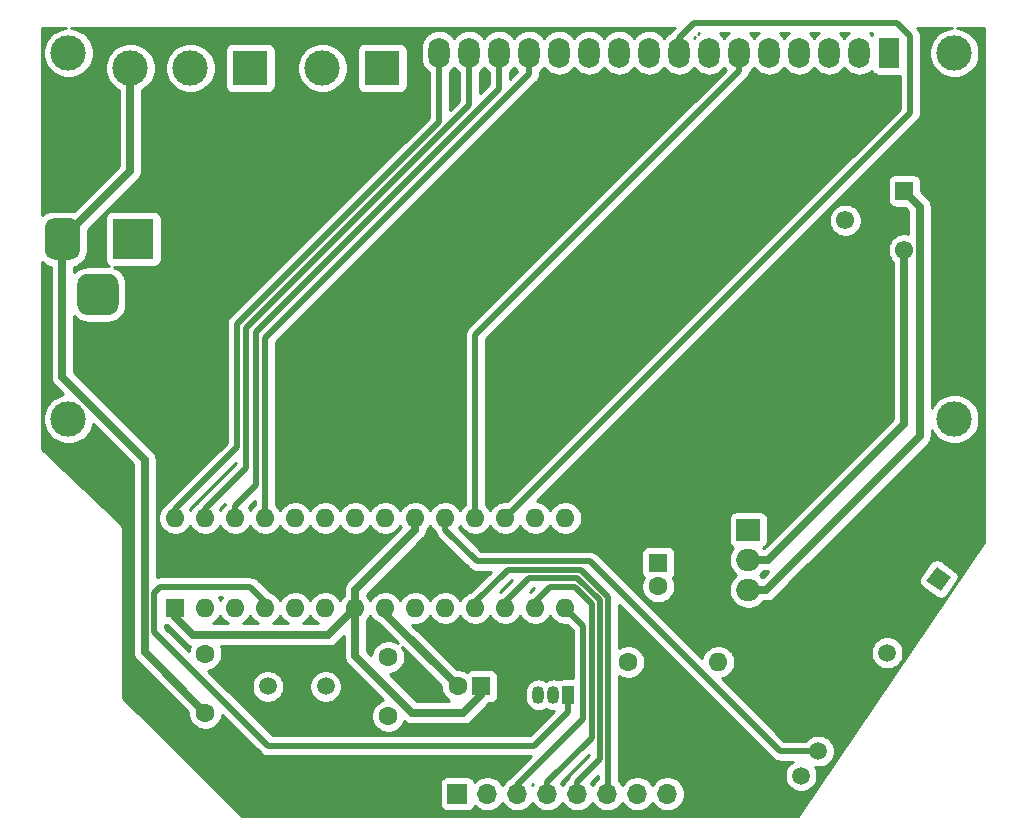
<source format=gbr>
%TF.GenerationSoftware,KiCad,Pcbnew,(5.1.8)-1*%
%TF.CreationDate,2021-02-17T15:09:59-03:00*%
%TF.ProjectId,esquema,65737175-656d-4612-9e6b-696361645f70,rev?*%
%TF.SameCoordinates,Original*%
%TF.FileFunction,Copper,L2,Bot*%
%TF.FilePolarity,Positive*%
%FSLAX46Y46*%
G04 Gerber Fmt 4.6, Leading zero omitted, Abs format (unit mm)*
G04 Created by KiCad (PCBNEW (5.1.8)-1) date 2021-02-17 15:09:59*
%MOMM*%
%LPD*%
G01*
G04 APERTURE LIST*
%TA.AperFunction,ComponentPad*%
%ADD10R,1.600000X1.600000*%
%TD*%
%TA.AperFunction,ComponentPad*%
%ADD11O,1.600000X1.600000*%
%TD*%
%TA.AperFunction,ComponentPad*%
%ADD12R,1.800000X2.600000*%
%TD*%
%TA.AperFunction,ComponentPad*%
%ADD13O,1.800000X2.600000*%
%TD*%
%TA.AperFunction,ComponentPad*%
%ADD14C,3.000000*%
%TD*%
%TA.AperFunction,ComponentPad*%
%ADD15C,0.500000*%
%TD*%
%TA.AperFunction,ComponentPad*%
%ADD16C,1.508000*%
%TD*%
%TA.AperFunction,ComponentPad*%
%ADD17R,1.050000X1.500000*%
%TD*%
%TA.AperFunction,ComponentPad*%
%ADD18O,1.050000X1.500000*%
%TD*%
%TA.AperFunction,ComponentPad*%
%ADD19C,1.600000*%
%TD*%
%TA.AperFunction,ComponentPad*%
%ADD20R,3.500000X3.500000*%
%TD*%
%TA.AperFunction,ComponentPad*%
%ADD21R,1.700000X1.700000*%
%TD*%
%TA.AperFunction,ComponentPad*%
%ADD22O,1.700000X1.700000*%
%TD*%
%TA.AperFunction,ComponentPad*%
%ADD23R,3.000000X3.000000*%
%TD*%
%TA.AperFunction,ComponentPad*%
%ADD24C,1.550000*%
%TD*%
%TA.AperFunction,ComponentPad*%
%ADD25R,1.550000X1.550000*%
%TD*%
%TA.AperFunction,ComponentPad*%
%ADD26R,2.000000X1.905000*%
%TD*%
%TA.AperFunction,ComponentPad*%
%ADD27O,2.000000X1.905000*%
%TD*%
%TA.AperFunction,ComponentPad*%
%ADD28C,1.500000*%
%TD*%
%TA.AperFunction,Conductor*%
%ADD29C,0.500000*%
%TD*%
%TA.AperFunction,Conductor*%
%ADD30C,0.700000*%
%TD*%
%TA.AperFunction,NonConductor*%
%ADD31C,0.254000*%
%TD*%
%TA.AperFunction,NonConductor*%
%ADD32C,0.500000*%
%TD*%
G04 APERTURE END LIST*
D10*
%TO.P,U1,1*%
%TO.N,vcc*%
X86360000Y-112776000D03*
D11*
%TO.P,U1,15*%
%TO.N,Pino_9*%
X119380000Y-105156000D03*
%TO.P,U1,2*%
%TO.N,Net-(U1-Pad2)*%
X88900000Y-112776000D03*
%TO.P,U1,16*%
%TO.N,Pino_10*%
X116840000Y-105156000D03*
%TO.P,U1,3*%
%TO.N,Net-(U1-Pad3)*%
X91440000Y-112776000D03*
%TO.P,U1,17*%
%TO.N,Pino_11*%
X114300000Y-105156000D03*
%TO.P,U1,4*%
%TO.N,Pino_2_int*%
X93980000Y-112776000D03*
%TO.P,U1,18*%
%TO.N,Pino_12*%
X111760000Y-105156000D03*
%TO.P,U1,5*%
%TO.N,Pino_3*%
X96520000Y-112776000D03*
%TO.P,U1,19*%
%TO.N,Pino_13*%
X109220000Y-105156000D03*
%TO.P,U1,6*%
%TO.N,Pino_4*%
X99060000Y-112776000D03*
%TO.P,U1,20*%
%TO.N,vcc*%
X106680000Y-105156000D03*
%TO.P,U1,7*%
X101600000Y-112776000D03*
%TO.P,U1,21*%
%TO.N,Net-(U1-Pad21)*%
X104140000Y-105156000D03*
%TO.P,U1,8*%
%TO.N,GND*%
X104140000Y-112776000D03*
%TO.P,U1,22*%
X101600000Y-105156000D03*
%TO.P,U1,9*%
%TO.N,Net-(C1-Pad2)*%
X106680000Y-112776000D03*
%TO.P,U1,23*%
%TO.N,Net-(U1-Pad23)*%
X99060000Y-105156000D03*
%TO.P,U1,10*%
%TO.N,Net-(C2-Pad2)*%
X109220000Y-112776000D03*
%TO.P,U1,24*%
%TO.N,Net-(U1-Pad24)*%
X96520000Y-105156000D03*
%TO.P,U1,11*%
%TO.N,Pino_5*%
X111760000Y-112776000D03*
%TO.P,U1,25*%
%TO.N,Pino_16_A2*%
X93980000Y-105156000D03*
%TO.P,U1,12*%
%TO.N,Pino_6*%
X114300000Y-112776000D03*
%TO.P,U1,26*%
%TO.N,Pino_17_A3*%
X91440000Y-105156000D03*
%TO.P,U1,13*%
%TO.N,Pino_7*%
X116840000Y-112776000D03*
%TO.P,U1,27*%
%TO.N,Pino_18_A4*%
X88900000Y-105156000D03*
%TO.P,U1,14*%
%TO.N,Pino_8*%
X119380000Y-112776000D03*
%TO.P,U1,28*%
%TO.N,Pino_19_A5*%
X86360000Y-105156000D03*
%TD*%
D12*
%TO.P,DS1,1*%
%TO.N,GND*%
X146812000Y-65786000D03*
D13*
%TO.P,DS1,2*%
%TO.N,vcc*%
X144272000Y-65786000D03*
%TO.P,DS1,3*%
%TO.N,GND*%
X141732000Y-65786000D03*
%TO.P,DS1,4*%
%TO.N,vcc*%
X139192000Y-65786000D03*
%TO.P,DS1,5*%
%TO.N,Net-(DS1-Pad5)*%
X136652000Y-65786000D03*
%TO.P,DS1,6*%
%TO.N,Pino_12*%
X134112000Y-65786000D03*
%TO.P,DS1,7*%
%TO.N,GND*%
X131572000Y-65786000D03*
%TO.P,DS1,8*%
%TO.N,Pino_11*%
X129032000Y-65786000D03*
%TO.P,DS1,9*%
%TO.N,Net-(DS1-Pad9)*%
X126492000Y-65786000D03*
%TO.P,DS1,10*%
%TO.N,Net-(DS1-Pad10)*%
X123952000Y-65786000D03*
%TO.P,DS1,11*%
%TO.N,Net-(DS1-Pad11)*%
X121412000Y-65786000D03*
%TO.P,DS1,12*%
%TO.N,Net-(DS1-Pad12)*%
X118872000Y-65786000D03*
%TO.P,DS1,13*%
%TO.N,Pino_16_A2*%
X116332000Y-65786000D03*
%TO.P,DS1,14*%
%TO.N,Pino_17_A3*%
X113792000Y-65786000D03*
%TO.P,DS1,15*%
%TO.N,Pino_18_A4*%
X111252000Y-65786000D03*
%TO.P,DS1,16*%
%TO.N,Pino_19_A5*%
X108712000Y-65786000D03*
D14*
%TO.P,DS1,*%
%TO.N,*%
X152311100Y-65786000D03*
X152311100Y-96786700D03*
X77312520Y-96786700D03*
X77312000Y-65786000D03*
%TD*%
%TA.AperFunction,ComponentPad*%
D15*
%TO.P,K1,1*%
%TO.N,Net-(J3-Pad2)*%
G36*
X151177513Y-111386539D02*
G01*
X149942232Y-110521586D01*
X150807185Y-109286305D01*
X152042466Y-110151258D01*
X151177513Y-111386539D01*
G37*
%TD.AperFunction*%
D16*
%TO.P,K1,2*%
%TO.N,Net-(J3-Pad1)*%
X146621697Y-116578361D03*
%TO.P,K1,3*%
%TO.N,Pino_13*%
X140794160Y-124900946D03*
%TO.P,K1,4*%
%TO.N,GND*%
X139337276Y-126981592D03*
%TD*%
D17*
%TO.P,Q1,1*%
%TO.N,Pino_2_int*%
X119634000Y-120142000D03*
D18*
%TO.P,Q1,3*%
%TO.N,vcc*%
X117094000Y-120142000D03*
%TO.P,Q1,2*%
%TO.N,Net-(J4-Pad2)*%
X118364000Y-120142000D03*
%TD*%
D19*
%TO.P,C1,1*%
%TO.N,GND*%
X104394000Y-121920000D03*
%TO.P,C1,2*%
%TO.N,Net-(C1-Pad2)*%
X104394000Y-116920000D03*
%TD*%
%TO.P,C2,2*%
%TO.N,Net-(C2-Pad2)*%
X88900000Y-116666000D03*
%TO.P,C2,1*%
%TO.N,GND*%
X88900000Y-121666000D03*
%TD*%
D10*
%TO.P,C3,1*%
%TO.N,vcc_12v*%
X127254000Y-108966000D03*
D19*
%TO.P,C3,2*%
%TO.N,GND*%
X127254000Y-110966000D03*
%TD*%
%TO.P,C4,2*%
%TO.N,GND*%
X110268000Y-119420000D03*
D10*
%TO.P,C4,1*%
%TO.N,vcc*%
X112268000Y-119420000D03*
%TD*%
D20*
%TO.P,J1,1*%
%TO.N,vcc_12v*%
X82804000Y-81534000D03*
%TO.P,J1,2*%
%TO.N,GND*%
%TA.AperFunction,ComponentPad*%
G36*
G01*
X75304000Y-82534000D02*
X75304000Y-80534000D01*
G75*
G02*
X76054000Y-79784000I750000J0D01*
G01*
X77554000Y-79784000D01*
G75*
G02*
X78304000Y-80534000I0J-750000D01*
G01*
X78304000Y-82534000D01*
G75*
G02*
X77554000Y-83284000I-750000J0D01*
G01*
X76054000Y-83284000D01*
G75*
G02*
X75304000Y-82534000I0J750000D01*
G01*
G37*
%TD.AperFunction*%
%TO.P,J1,3*%
%TO.N,N/C*%
%TA.AperFunction,ComponentPad*%
G36*
G01*
X78054000Y-87109000D02*
X78054000Y-85359000D01*
G75*
G02*
X78929000Y-84484000I875000J0D01*
G01*
X80679000Y-84484000D01*
G75*
G02*
X81554000Y-85359000I0J-875000D01*
G01*
X81554000Y-87109000D01*
G75*
G02*
X80679000Y-87984000I-875000J0D01*
G01*
X78929000Y-87984000D01*
G75*
G02*
X78054000Y-87109000I0J875000D01*
G01*
G37*
%TD.AperFunction*%
%TD*%
D21*
%TO.P,J2,1*%
%TO.N,Pino_10*%
X110236000Y-128524000D03*
D22*
%TO.P,J2,2*%
%TO.N,Pino_9*%
X112776000Y-128524000D03*
%TO.P,J2,3*%
%TO.N,Pino_8*%
X115316000Y-128524000D03*
%TO.P,J2,4*%
%TO.N,Pino_7*%
X117856000Y-128524000D03*
%TO.P,J2,5*%
%TO.N,Pino_6*%
X120396000Y-128524000D03*
%TO.P,J2,6*%
%TO.N,Pino_5*%
X122936000Y-128524000D03*
%TO.P,J2,7*%
%TO.N,Pino_4*%
X125476000Y-128524000D03*
%TO.P,J2,8*%
%TO.N,Pino_3*%
X128016000Y-128524000D03*
%TD*%
D23*
%TO.P,J3,1*%
%TO.N,Net-(J3-Pad1)*%
X103886000Y-67056000D03*
D14*
%TO.P,J3,2*%
%TO.N,Net-(J3-Pad2)*%
X98806000Y-67056000D03*
%TD*%
D23*
%TO.P,J4,1*%
%TO.N,vcc_12v*%
X92710000Y-67056000D03*
D14*
%TO.P,J4,2*%
%TO.N,Net-(J4-Pad2)*%
X87630000Y-67056000D03*
%TO.P,J4,3*%
%TO.N,GND*%
X82550000Y-67056000D03*
%TD*%
D19*
%TO.P,R1,1*%
%TO.N,Pino_2_int*%
X124714000Y-117348000D03*
D11*
%TO.P,R1,2*%
%TO.N,GND*%
X132334000Y-117348000D03*
%TD*%
D24*
%TO.P,RV1,3*%
%TO.N,GND*%
X148082000Y-82470000D03*
D25*
%TO.P,RV1,1*%
%TO.N,vcc*%
X148082000Y-77470000D03*
D24*
%TO.P,RV1,2*%
%TO.N,Net-(DS1-Pad5)*%
X143082000Y-79970000D03*
%TD*%
D26*
%TO.P,U2,1*%
%TO.N,vcc_12v*%
X134874000Y-106172000D03*
D27*
%TO.P,U2,2*%
%TO.N,GND*%
X134874000Y-108712000D03*
%TO.P,U2,3*%
%TO.N,vcc*%
X134874000Y-111252000D03*
%TD*%
D28*
%TO.P,Y1,1*%
%TO.N,Net-(C1-Pad2)*%
X99097000Y-119420000D03*
%TO.P,Y1,2*%
%TO.N,Net-(C2-Pad2)*%
X94197000Y-119420000D03*
%TD*%
D29*
%TO.N,Pino_2_int*%
X119634000Y-121592000D02*
X119634000Y-120142000D01*
X94234000Y-124460000D02*
X116766000Y-124460000D01*
X84582000Y-114808000D02*
X94234000Y-124460000D01*
X84582000Y-111506000D02*
X84582000Y-114808000D01*
X85090000Y-110998000D02*
X84582000Y-111506000D01*
X92710000Y-110998000D02*
X85090000Y-110998000D01*
X93980000Y-112268000D02*
X92710000Y-110998000D01*
X116766000Y-124460000D02*
X119634000Y-121592000D01*
X93980000Y-112776000D02*
X93980000Y-112268000D01*
D30*
%TO.N,vcc*%
X149407001Y-78795001D02*
X148082000Y-77470000D01*
X134874000Y-111252000D02*
X136374000Y-111252000D01*
X136374000Y-111252000D02*
X149407001Y-98218999D01*
X149407001Y-98218999D02*
X149407001Y-78795001D01*
X106680000Y-106172000D02*
X106680000Y-105156000D01*
X101600000Y-111252000D02*
X106680000Y-106172000D01*
X101600000Y-112776000D02*
X101600000Y-111252000D01*
X86360000Y-113538000D02*
X86360000Y-112776000D01*
X87884000Y-115062000D02*
X86360000Y-113538000D01*
X99314000Y-115062000D02*
X87884000Y-115062000D01*
X101600000Y-112776000D02*
X99314000Y-115062000D01*
X112268000Y-120142000D02*
X112268000Y-119420000D01*
X110744000Y-121666000D02*
X112268000Y-120142000D01*
X106426000Y-121666000D02*
X110744000Y-121666000D01*
X101600000Y-116840000D02*
X106426000Y-121666000D01*
X101600000Y-112776000D02*
X101600000Y-116840000D01*
D29*
%TO.N,Pino_12*%
X134112000Y-67310000D02*
X134112000Y-65786000D01*
X111760000Y-89662000D02*
X134112000Y-67310000D01*
X111760000Y-105156000D02*
X111760000Y-89662000D01*
%TO.N,Pino_11*%
X130302000Y-63246000D02*
X129032000Y-64516000D01*
X129032000Y-64516000D02*
X129032000Y-65786000D01*
X147462002Y-63246000D02*
X130302000Y-63246000D01*
X148590000Y-64373998D02*
X147462002Y-63246000D01*
X148590000Y-70866000D02*
X148590000Y-64373998D01*
X114300000Y-105156000D02*
X148590000Y-70866000D01*
%TO.N,Pino_16_A2*%
X116332000Y-67586000D02*
X116332000Y-65786000D01*
X93980000Y-105156000D02*
X93980000Y-89938000D01*
X93980000Y-89938000D02*
X116332000Y-67586000D01*
%TO.N,Pino_17_A3*%
X93179991Y-89422781D02*
X113792000Y-68810772D01*
X113792000Y-68810772D02*
X113792000Y-65786000D01*
X93179991Y-102400009D02*
X93179991Y-89422781D01*
X91440000Y-104140000D02*
X93179991Y-102400009D01*
X91440000Y-105156000D02*
X91440000Y-104140000D01*
%TO.N,Pino_18_A4*%
X111252000Y-70219386D02*
X111252000Y-65786000D01*
X92379981Y-89091405D02*
X111252000Y-70219386D01*
X92379981Y-100914019D02*
X92379981Y-89091405D01*
X88900000Y-104394000D02*
X92379981Y-100914019D01*
X88900000Y-105156000D02*
X88900000Y-104394000D01*
%TO.N,Pino_19_A5*%
X91579970Y-99174030D02*
X86360000Y-104394000D01*
X91579970Y-88760030D02*
X91579970Y-99174030D01*
X86360000Y-104394000D02*
X86360000Y-105156000D01*
X108712000Y-71628000D02*
X91579970Y-88760030D01*
X108712000Y-65786000D02*
X108712000Y-71628000D01*
%TO.N,Pino_8*%
X120904000Y-122174000D02*
X115316000Y-127762000D01*
X120904000Y-114300000D02*
X120904000Y-122174000D01*
X115316000Y-127762000D02*
X115316000Y-128524000D01*
X119380000Y-112776000D02*
X120904000Y-114300000D01*
%TO.N,Pino_7*%
X116840000Y-112268000D02*
X116840000Y-112776000D01*
X118110000Y-110998000D02*
X116840000Y-112268000D01*
X121604011Y-112433975D02*
X120168036Y-110998000D01*
X120168036Y-110998000D02*
X118110000Y-110998000D01*
X121604011Y-123759989D02*
X121604011Y-112433975D01*
X117856000Y-127508000D02*
X121604011Y-123759989D01*
X117856000Y-128524000D02*
X117856000Y-127508000D01*
%TO.N,Pino_6*%
X116332000Y-110236000D02*
X114300000Y-112268000D01*
X114300000Y-112268000D02*
X114300000Y-112776000D01*
X120396000Y-110236000D02*
X116332000Y-110236000D01*
X122304022Y-112144022D02*
X120396000Y-110236000D01*
X122304022Y-125599978D02*
X122304022Y-112144022D01*
X120396000Y-127508000D02*
X122304022Y-125599978D01*
X120396000Y-128524000D02*
X120396000Y-127508000D01*
%TO.N,Pino_5*%
X111760000Y-112268000D02*
X111760000Y-112776000D01*
X114492011Y-109535989D02*
X111760000Y-112268000D01*
X120685954Y-109535989D02*
X114492011Y-109535989D01*
X123004033Y-111854068D02*
X120685954Y-109535989D01*
X123004033Y-128455967D02*
X123004033Y-111854068D01*
X122936000Y-128524000D02*
X123004033Y-128455967D01*
%TO.N,Pino_13*%
X109220000Y-106172000D02*
X109220000Y-105156000D01*
X111883978Y-108835978D02*
X109220000Y-106172000D01*
X121483907Y-108835978D02*
X111883978Y-108835978D01*
X137548875Y-124900946D02*
X121483907Y-108835978D01*
X140794160Y-124900946D02*
X137548875Y-124900946D01*
D30*
%TO.N,GND*%
X148082000Y-97204000D02*
X148082000Y-82470000D01*
X136574000Y-108712000D02*
X148082000Y-97204000D01*
X134874000Y-108712000D02*
X136574000Y-108712000D01*
X76804000Y-81534000D02*
X76804000Y-93244178D01*
X76804000Y-93244178D02*
X83781990Y-100222168D01*
X83781990Y-100222168D02*
X83781990Y-116547990D01*
X83781990Y-116547990D02*
X88900000Y-121666000D01*
X82550000Y-75788000D02*
X76804000Y-81534000D01*
X82550000Y-67056000D02*
X82550000Y-75788000D01*
X104140000Y-113284000D02*
X104140000Y-112776000D01*
X110268000Y-119412000D02*
X104140000Y-113284000D01*
X110268000Y-119420000D02*
X110268000Y-119412000D01*
%TD*%
D31*
X151688344Y-63733047D02*
X151299798Y-63893988D01*
X150950117Y-64127637D01*
X150652737Y-64425017D01*
X150419088Y-64774698D01*
X150258147Y-65163244D01*
X150176100Y-65575721D01*
X150176100Y-65996279D01*
X150258147Y-66408756D01*
X150419088Y-66797302D01*
X150652737Y-67146983D01*
X150950117Y-67444363D01*
X151299798Y-67678012D01*
X151688344Y-67838953D01*
X152100821Y-67921000D01*
X152521379Y-67921000D01*
X152933856Y-67838953D01*
X153322402Y-67678012D01*
X153672083Y-67444363D01*
X153969463Y-67146983D01*
X154203112Y-66797302D01*
X154364053Y-66408756D01*
X154446100Y-65996279D01*
X154446100Y-65575721D01*
X154364053Y-65163244D01*
X154203112Y-64774698D01*
X153969463Y-64425017D01*
X153672083Y-64127637D01*
X153322402Y-63893988D01*
X152933856Y-63733047D01*
X152526406Y-63652000D01*
X154788001Y-63652000D01*
X154788000Y-107239496D01*
X139095918Y-130404000D01*
X91967381Y-130404000D01*
X81940000Y-120376620D01*
X81940000Y-106198171D01*
X81943074Y-106159489D01*
X81936215Y-106101150D01*
X81930450Y-106042617D01*
X81928626Y-106036605D01*
X81927893Y-106030369D01*
X81909777Y-105974468D01*
X81892710Y-105918207D01*
X81889749Y-105912666D01*
X81887813Y-105906694D01*
X81859140Y-105855402D01*
X81831425Y-105803550D01*
X81827440Y-105798695D01*
X81824376Y-105793213D01*
X81786242Y-105748494D01*
X81748948Y-105703052D01*
X81718945Y-105678429D01*
X75082000Y-99287297D01*
X75082000Y-83523324D01*
X75282829Y-83688140D01*
X75522808Y-83816411D01*
X75783201Y-83895401D01*
X75819000Y-83898927D01*
X75819001Y-93195788D01*
X75814235Y-93244178D01*
X75833253Y-93437271D01*
X75889576Y-93622944D01*
X75889577Y-93622945D01*
X75981041Y-93794062D01*
X76104131Y-93944048D01*
X76141711Y-93974889D01*
X76865594Y-94698772D01*
X76689764Y-94733747D01*
X76301218Y-94894688D01*
X75951537Y-95128337D01*
X75654157Y-95425717D01*
X75420508Y-95775398D01*
X75259567Y-96163944D01*
X75177520Y-96576421D01*
X75177520Y-96996979D01*
X75259567Y-97409456D01*
X75420508Y-97798002D01*
X75654157Y-98147683D01*
X75951537Y-98445063D01*
X76301218Y-98678712D01*
X76689764Y-98839653D01*
X77102241Y-98921700D01*
X77522799Y-98921700D01*
X77935276Y-98839653D01*
X78323822Y-98678712D01*
X78673503Y-98445063D01*
X78970883Y-98147683D01*
X79204532Y-97798002D01*
X79365473Y-97409456D01*
X79400448Y-97233626D01*
X82796990Y-100630168D01*
X82796991Y-116499600D01*
X82792225Y-116547990D01*
X82811243Y-116741083D01*
X82867566Y-116926756D01*
X82897906Y-116983517D01*
X82959031Y-117097874D01*
X83082121Y-117247860D01*
X83119701Y-117278701D01*
X87465000Y-121624000D01*
X87465000Y-121807335D01*
X87520147Y-122084574D01*
X87628320Y-122345727D01*
X87785363Y-122580759D01*
X87985241Y-122780637D01*
X88220273Y-122937680D01*
X88481426Y-123045853D01*
X88758665Y-123101000D01*
X89041335Y-123101000D01*
X89318574Y-123045853D01*
X89579727Y-122937680D01*
X89814759Y-122780637D01*
X90014637Y-122580759D01*
X90171680Y-122345727D01*
X90279853Y-122084574D01*
X90334130Y-121811709D01*
X93577470Y-125055049D01*
X93605183Y-125088817D01*
X93638951Y-125116530D01*
X93638953Y-125116532D01*
X93710452Y-125175210D01*
X93739941Y-125199411D01*
X93893687Y-125281589D01*
X94060510Y-125332195D01*
X94190523Y-125345000D01*
X94190533Y-125345000D01*
X94233999Y-125349281D01*
X94277465Y-125345000D01*
X116481422Y-125345000D01*
X114720956Y-127105466D01*
X114687183Y-127133183D01*
X114632564Y-127199736D01*
X114612589Y-127208010D01*
X114369368Y-127370525D01*
X114162525Y-127577368D01*
X114046000Y-127751760D01*
X113929475Y-127577368D01*
X113722632Y-127370525D01*
X113479411Y-127208010D01*
X113209158Y-127096068D01*
X112922260Y-127039000D01*
X112629740Y-127039000D01*
X112342842Y-127096068D01*
X112072589Y-127208010D01*
X111829368Y-127370525D01*
X111697513Y-127502380D01*
X111675502Y-127429820D01*
X111616537Y-127319506D01*
X111537185Y-127222815D01*
X111440494Y-127143463D01*
X111330180Y-127084498D01*
X111210482Y-127048188D01*
X111086000Y-127035928D01*
X109386000Y-127035928D01*
X109261518Y-127048188D01*
X109141820Y-127084498D01*
X109031506Y-127143463D01*
X108934815Y-127222815D01*
X108855463Y-127319506D01*
X108796498Y-127429820D01*
X108760188Y-127549518D01*
X108747928Y-127674000D01*
X108747928Y-129374000D01*
X108760188Y-129498482D01*
X108796498Y-129618180D01*
X108855463Y-129728494D01*
X108934815Y-129825185D01*
X109031506Y-129904537D01*
X109141820Y-129963502D01*
X109261518Y-129999812D01*
X109386000Y-130012072D01*
X111086000Y-130012072D01*
X111210482Y-129999812D01*
X111330180Y-129963502D01*
X111440494Y-129904537D01*
X111537185Y-129825185D01*
X111616537Y-129728494D01*
X111675502Y-129618180D01*
X111697513Y-129545620D01*
X111829368Y-129677475D01*
X112072589Y-129839990D01*
X112342842Y-129951932D01*
X112629740Y-130009000D01*
X112922260Y-130009000D01*
X113209158Y-129951932D01*
X113479411Y-129839990D01*
X113722632Y-129677475D01*
X113929475Y-129470632D01*
X114046000Y-129296240D01*
X114162525Y-129470632D01*
X114369368Y-129677475D01*
X114612589Y-129839990D01*
X114882842Y-129951932D01*
X115169740Y-130009000D01*
X115462260Y-130009000D01*
X115749158Y-129951932D01*
X116019411Y-129839990D01*
X116262632Y-129677475D01*
X116469475Y-129470632D01*
X116586000Y-129296240D01*
X116702525Y-129470632D01*
X116909368Y-129677475D01*
X117152589Y-129839990D01*
X117422842Y-129951932D01*
X117709740Y-130009000D01*
X118002260Y-130009000D01*
X118289158Y-129951932D01*
X118559411Y-129839990D01*
X118802632Y-129677475D01*
X119009475Y-129470632D01*
X119126000Y-129296240D01*
X119242525Y-129470632D01*
X119449368Y-129677475D01*
X119692589Y-129839990D01*
X119962842Y-129951932D01*
X120249740Y-130009000D01*
X120542260Y-130009000D01*
X120829158Y-129951932D01*
X121099411Y-129839990D01*
X121342632Y-129677475D01*
X121549475Y-129470632D01*
X121666000Y-129296240D01*
X121782525Y-129470632D01*
X121989368Y-129677475D01*
X122232589Y-129839990D01*
X122502842Y-129951932D01*
X122789740Y-130009000D01*
X123082260Y-130009000D01*
X123369158Y-129951932D01*
X123639411Y-129839990D01*
X123882632Y-129677475D01*
X124089475Y-129470632D01*
X124206000Y-129296240D01*
X124322525Y-129470632D01*
X124529368Y-129677475D01*
X124772589Y-129839990D01*
X125042842Y-129951932D01*
X125329740Y-130009000D01*
X125622260Y-130009000D01*
X125909158Y-129951932D01*
X126179411Y-129839990D01*
X126422632Y-129677475D01*
X126629475Y-129470632D01*
X126746000Y-129296240D01*
X126862525Y-129470632D01*
X127069368Y-129677475D01*
X127312589Y-129839990D01*
X127582842Y-129951932D01*
X127869740Y-130009000D01*
X128162260Y-130009000D01*
X128449158Y-129951932D01*
X128719411Y-129839990D01*
X128962632Y-129677475D01*
X129169475Y-129470632D01*
X129331990Y-129227411D01*
X129443932Y-128957158D01*
X129501000Y-128670260D01*
X129501000Y-128377740D01*
X129443932Y-128090842D01*
X129331990Y-127820589D01*
X129169475Y-127577368D01*
X128962632Y-127370525D01*
X128719411Y-127208010D01*
X128449158Y-127096068D01*
X128162260Y-127039000D01*
X127869740Y-127039000D01*
X127582842Y-127096068D01*
X127312589Y-127208010D01*
X127069368Y-127370525D01*
X126862525Y-127577368D01*
X126746000Y-127751760D01*
X126629475Y-127577368D01*
X126422632Y-127370525D01*
X126179411Y-127208010D01*
X125909158Y-127096068D01*
X125622260Y-127039000D01*
X125329740Y-127039000D01*
X125042842Y-127096068D01*
X124772589Y-127208010D01*
X124529368Y-127370525D01*
X124322525Y-127577368D01*
X124206000Y-127751760D01*
X124089475Y-127577368D01*
X123889033Y-127376926D01*
X123889033Y-118522634D01*
X124034273Y-118619680D01*
X124295426Y-118727853D01*
X124572665Y-118783000D01*
X124855335Y-118783000D01*
X125132574Y-118727853D01*
X125393727Y-118619680D01*
X125628759Y-118462637D01*
X125828637Y-118262759D01*
X125985680Y-118027727D01*
X126093853Y-117766574D01*
X126149000Y-117489335D01*
X126149000Y-117206665D01*
X126093853Y-116929426D01*
X125985680Y-116668273D01*
X125828637Y-116433241D01*
X125628759Y-116233363D01*
X125393727Y-116076320D01*
X125132574Y-115968147D01*
X124855335Y-115913000D01*
X124572665Y-115913000D01*
X124295426Y-115968147D01*
X124034273Y-116076320D01*
X123889033Y-116173366D01*
X123889033Y-112492682D01*
X136892345Y-125495995D01*
X136920058Y-125529763D01*
X136953826Y-125557476D01*
X136953828Y-125557478D01*
X137054816Y-125640357D01*
X137208561Y-125722535D01*
X137301329Y-125750676D01*
X137375385Y-125773141D01*
X137505398Y-125785946D01*
X137505406Y-125785946D01*
X137548875Y-125790227D01*
X137592344Y-125785946D01*
X138626553Y-125785946D01*
X138451840Y-125902685D01*
X138258369Y-126096156D01*
X138106360Y-126323654D01*
X138001654Y-126576436D01*
X137948276Y-126844787D01*
X137948276Y-127118397D01*
X138001654Y-127386748D01*
X138106360Y-127639530D01*
X138258369Y-127867028D01*
X138451840Y-128060499D01*
X138679338Y-128212508D01*
X138932120Y-128317214D01*
X139200471Y-128370592D01*
X139474081Y-128370592D01*
X139742432Y-128317214D01*
X139995214Y-128212508D01*
X140222712Y-128060499D01*
X140416183Y-127867028D01*
X140568192Y-127639530D01*
X140672898Y-127386748D01*
X140726276Y-127118397D01*
X140726276Y-126844787D01*
X140672898Y-126576436D01*
X140568192Y-126323654D01*
X140528550Y-126264325D01*
X140657355Y-126289946D01*
X140930965Y-126289946D01*
X141199316Y-126236568D01*
X141452098Y-126131862D01*
X141679596Y-125979853D01*
X141873067Y-125786382D01*
X142025076Y-125558884D01*
X142129782Y-125306102D01*
X142183160Y-125037751D01*
X142183160Y-124764141D01*
X142129782Y-124495790D01*
X142025076Y-124243008D01*
X141873067Y-124015510D01*
X141679596Y-123822039D01*
X141452098Y-123670030D01*
X141199316Y-123565324D01*
X140930965Y-123511946D01*
X140657355Y-123511946D01*
X140389004Y-123565324D01*
X140136222Y-123670030D01*
X139908724Y-123822039D01*
X139715253Y-124015510D01*
X139714962Y-124015946D01*
X137915454Y-124015946D01*
X132648135Y-118748627D01*
X132752574Y-118727853D01*
X133013727Y-118619680D01*
X133248759Y-118462637D01*
X133448637Y-118262759D01*
X133605680Y-118027727D01*
X133713853Y-117766574D01*
X133769000Y-117489335D01*
X133769000Y-117206665D01*
X133713853Y-116929426D01*
X133605680Y-116668273D01*
X133454193Y-116441556D01*
X145232697Y-116441556D01*
X145232697Y-116715166D01*
X145286075Y-116983517D01*
X145390781Y-117236299D01*
X145542790Y-117463797D01*
X145736261Y-117657268D01*
X145963759Y-117809277D01*
X146216541Y-117913983D01*
X146484892Y-117967361D01*
X146758502Y-117967361D01*
X147026853Y-117913983D01*
X147279635Y-117809277D01*
X147507133Y-117657268D01*
X147700604Y-117463797D01*
X147852613Y-117236299D01*
X147957319Y-116983517D01*
X148010697Y-116715166D01*
X148010697Y-116441556D01*
X147957319Y-116173205D01*
X147852613Y-115920423D01*
X147700604Y-115692925D01*
X147507133Y-115499454D01*
X147279635Y-115347445D01*
X147026853Y-115242739D01*
X146758502Y-115189361D01*
X146484892Y-115189361D01*
X146216541Y-115242739D01*
X145963759Y-115347445D01*
X145736261Y-115499454D01*
X145542790Y-115692925D01*
X145390781Y-115920423D01*
X145286075Y-116173205D01*
X145232697Y-116441556D01*
X133454193Y-116441556D01*
X133448637Y-116433241D01*
X133248759Y-116233363D01*
X133013727Y-116076320D01*
X132752574Y-115968147D01*
X132475335Y-115913000D01*
X132192665Y-115913000D01*
X131915426Y-115968147D01*
X131654273Y-116076320D01*
X131419241Y-116233363D01*
X131219363Y-116433241D01*
X131062320Y-116668273D01*
X130954147Y-116929426D01*
X130933373Y-117033865D01*
X122140441Y-108240934D01*
X122112724Y-108207161D01*
X122062570Y-108166000D01*
X125815928Y-108166000D01*
X125815928Y-109766000D01*
X125828188Y-109890482D01*
X125864498Y-110010180D01*
X125923463Y-110120494D01*
X126002815Y-110217185D01*
X126019393Y-110230790D01*
X125982320Y-110286273D01*
X125874147Y-110547426D01*
X125819000Y-110824665D01*
X125819000Y-111107335D01*
X125874147Y-111384574D01*
X125982320Y-111645727D01*
X126139363Y-111880759D01*
X126339241Y-112080637D01*
X126574273Y-112237680D01*
X126835426Y-112345853D01*
X127112665Y-112401000D01*
X127395335Y-112401000D01*
X127672574Y-112345853D01*
X127933727Y-112237680D01*
X128168759Y-112080637D01*
X128368637Y-111880759D01*
X128525680Y-111645727D01*
X128633853Y-111384574D01*
X128689000Y-111107335D01*
X128689000Y-110824665D01*
X128633853Y-110547426D01*
X128525680Y-110286273D01*
X128488607Y-110230790D01*
X128505185Y-110217185D01*
X128584537Y-110120494D01*
X128643502Y-110010180D01*
X128679812Y-109890482D01*
X128692072Y-109766000D01*
X128692072Y-108712000D01*
X133231319Y-108712000D01*
X133261970Y-109023204D01*
X133352745Y-109322449D01*
X133500155Y-109598235D01*
X133698537Y-109839963D01*
X133871609Y-109982000D01*
X133698537Y-110124037D01*
X133500155Y-110365765D01*
X133352745Y-110641551D01*
X133261970Y-110940796D01*
X133231319Y-111252000D01*
X133261970Y-111563204D01*
X133352745Y-111862449D01*
X133500155Y-112138235D01*
X133698537Y-112379963D01*
X133940265Y-112578345D01*
X134216051Y-112725755D01*
X134515296Y-112816530D01*
X134748514Y-112839500D01*
X134999486Y-112839500D01*
X135232704Y-112816530D01*
X135531949Y-112725755D01*
X135807735Y-112578345D01*
X136049463Y-112379963D01*
X136166790Y-112237000D01*
X136325620Y-112237000D01*
X136374000Y-112241765D01*
X136422380Y-112237000D01*
X136567094Y-112222747D01*
X136752767Y-112166424D01*
X136923884Y-112074960D01*
X137073870Y-111951870D01*
X137104716Y-111914284D01*
X138511333Y-110507667D01*
X149304312Y-110507667D01*
X149313854Y-110632386D01*
X149347544Y-110752848D01*
X149404088Y-110864422D01*
X149481312Y-110962821D01*
X149576249Y-111044264D01*
X150811530Y-111909217D01*
X150920532Y-111970574D01*
X151039409Y-112009486D01*
X151163594Y-112024459D01*
X151288313Y-112014917D01*
X151408775Y-111981227D01*
X151520349Y-111924683D01*
X151618748Y-111847459D01*
X151700191Y-111752522D01*
X152565144Y-110517241D01*
X152626501Y-110408239D01*
X152665413Y-110289362D01*
X152680386Y-110165177D01*
X152670844Y-110040458D01*
X152637154Y-109919996D01*
X152580610Y-109808422D01*
X152503386Y-109710023D01*
X152408449Y-109628580D01*
X151173168Y-108763627D01*
X151064166Y-108702270D01*
X150945289Y-108663358D01*
X150821104Y-108648385D01*
X150696385Y-108657927D01*
X150575923Y-108691617D01*
X150464349Y-108748161D01*
X150365950Y-108825385D01*
X150284507Y-108920322D01*
X149419554Y-110155603D01*
X149358197Y-110264605D01*
X149319285Y-110383482D01*
X149304312Y-110507667D01*
X138511333Y-110507667D01*
X150069291Y-98949710D01*
X150106871Y-98918869D01*
X150229961Y-98768883D01*
X150321425Y-98597766D01*
X150377748Y-98412093D01*
X150392001Y-98267379D01*
X150392001Y-98267378D01*
X150396766Y-98218999D01*
X150392001Y-98170619D01*
X150392001Y-97732608D01*
X150419088Y-97798002D01*
X150652737Y-98147683D01*
X150950117Y-98445063D01*
X151299798Y-98678712D01*
X151688344Y-98839653D01*
X152100821Y-98921700D01*
X152521379Y-98921700D01*
X152933856Y-98839653D01*
X153322402Y-98678712D01*
X153672083Y-98445063D01*
X153969463Y-98147683D01*
X154203112Y-97798002D01*
X154364053Y-97409456D01*
X154446100Y-96996979D01*
X154446100Y-96576421D01*
X154364053Y-96163944D01*
X154203112Y-95775398D01*
X153969463Y-95425717D01*
X153672083Y-95128337D01*
X153322402Y-94894688D01*
X152933856Y-94733747D01*
X152521379Y-94651700D01*
X152100821Y-94651700D01*
X151688344Y-94733747D01*
X151299798Y-94894688D01*
X150950117Y-95128337D01*
X150652737Y-95425717D01*
X150419088Y-95775398D01*
X150392001Y-95840792D01*
X150392001Y-78843380D01*
X150396766Y-78795000D01*
X150377748Y-78601906D01*
X150364639Y-78558692D01*
X150321425Y-78416234D01*
X150229961Y-78245117D01*
X150106871Y-78095131D01*
X150069285Y-78064285D01*
X149495072Y-77490072D01*
X149495072Y-76695000D01*
X149482812Y-76570518D01*
X149446502Y-76450820D01*
X149387537Y-76340506D01*
X149308185Y-76243815D01*
X149211494Y-76164463D01*
X149101180Y-76105498D01*
X148981482Y-76069188D01*
X148857000Y-76056928D01*
X147307000Y-76056928D01*
X147182518Y-76069188D01*
X147062820Y-76105498D01*
X146952506Y-76164463D01*
X146855815Y-76243815D01*
X146776463Y-76340506D01*
X146717498Y-76450820D01*
X146681188Y-76570518D01*
X146668928Y-76695000D01*
X146668928Y-78245000D01*
X146681188Y-78369482D01*
X146717498Y-78489180D01*
X146776463Y-78599494D01*
X146855815Y-78696185D01*
X146952506Y-78775537D01*
X147062820Y-78834502D01*
X147182518Y-78870812D01*
X147307000Y-78883072D01*
X148102072Y-78883072D01*
X148422002Y-79203002D01*
X148422002Y-81100007D01*
X148220873Y-81060000D01*
X147943127Y-81060000D01*
X147670718Y-81114186D01*
X147414115Y-81220475D01*
X147183178Y-81374782D01*
X146986782Y-81571178D01*
X146832475Y-81802115D01*
X146726186Y-82058718D01*
X146672000Y-82331127D01*
X146672000Y-82608873D01*
X146726186Y-82881282D01*
X146832475Y-83137885D01*
X146986782Y-83368822D01*
X147097001Y-83479041D01*
X147097000Y-96795999D01*
X136361202Y-107531798D01*
X136404537Y-107478994D01*
X136463502Y-107368680D01*
X136499812Y-107248982D01*
X136512072Y-107124500D01*
X136512072Y-105219500D01*
X136499812Y-105095018D01*
X136463502Y-104975320D01*
X136404537Y-104865006D01*
X136325185Y-104768315D01*
X136228494Y-104688963D01*
X136118180Y-104629998D01*
X135998482Y-104593688D01*
X135874000Y-104581428D01*
X133874000Y-104581428D01*
X133749518Y-104593688D01*
X133629820Y-104629998D01*
X133519506Y-104688963D01*
X133422815Y-104768315D01*
X133343463Y-104865006D01*
X133284498Y-104975320D01*
X133248188Y-105095018D01*
X133235928Y-105219500D01*
X133235928Y-107124500D01*
X133248188Y-107248982D01*
X133284498Y-107368680D01*
X133343463Y-107478994D01*
X133422815Y-107575685D01*
X133519506Y-107655037D01*
X133603446Y-107699905D01*
X133500155Y-107825765D01*
X133352745Y-108101551D01*
X133261970Y-108400796D01*
X133231319Y-108712000D01*
X128692072Y-108712000D01*
X128692072Y-108166000D01*
X128679812Y-108041518D01*
X128643502Y-107921820D01*
X128584537Y-107811506D01*
X128505185Y-107714815D01*
X128408494Y-107635463D01*
X128298180Y-107576498D01*
X128178482Y-107540188D01*
X128054000Y-107527928D01*
X126454000Y-107527928D01*
X126329518Y-107540188D01*
X126209820Y-107576498D01*
X126099506Y-107635463D01*
X126002815Y-107714815D01*
X125923463Y-107811506D01*
X125864498Y-107921820D01*
X125828188Y-108041518D01*
X125815928Y-108166000D01*
X122062570Y-108166000D01*
X121977966Y-108096567D01*
X121824220Y-108014389D01*
X121657397Y-107963783D01*
X121527384Y-107950978D01*
X121527376Y-107950978D01*
X121483907Y-107946697D01*
X121440438Y-107950978D01*
X112250557Y-107950978D01*
X110348936Y-106049358D01*
X110490000Y-105838241D01*
X110645363Y-106070759D01*
X110845241Y-106270637D01*
X111080273Y-106427680D01*
X111341426Y-106535853D01*
X111618665Y-106591000D01*
X111901335Y-106591000D01*
X112178574Y-106535853D01*
X112439727Y-106427680D01*
X112674759Y-106270637D01*
X112874637Y-106070759D01*
X113030000Y-105838241D01*
X113185363Y-106070759D01*
X113385241Y-106270637D01*
X113620273Y-106427680D01*
X113881426Y-106535853D01*
X114158665Y-106591000D01*
X114441335Y-106591000D01*
X114718574Y-106535853D01*
X114979727Y-106427680D01*
X115214759Y-106270637D01*
X115414637Y-106070759D01*
X115570000Y-105838241D01*
X115725363Y-106070759D01*
X115925241Y-106270637D01*
X116160273Y-106427680D01*
X116421426Y-106535853D01*
X116698665Y-106591000D01*
X116981335Y-106591000D01*
X117258574Y-106535853D01*
X117519727Y-106427680D01*
X117754759Y-106270637D01*
X117954637Y-106070759D01*
X118110000Y-105838241D01*
X118265363Y-106070759D01*
X118465241Y-106270637D01*
X118700273Y-106427680D01*
X118961426Y-106535853D01*
X119238665Y-106591000D01*
X119521335Y-106591000D01*
X119798574Y-106535853D01*
X120059727Y-106427680D01*
X120294759Y-106270637D01*
X120494637Y-106070759D01*
X120651680Y-105835727D01*
X120759853Y-105574574D01*
X120815000Y-105297335D01*
X120815000Y-105014665D01*
X120759853Y-104737426D01*
X120651680Y-104476273D01*
X120494637Y-104241241D01*
X120294759Y-104041363D01*
X120059727Y-103884320D01*
X119798574Y-103776147D01*
X119521335Y-103721000D01*
X119238665Y-103721000D01*
X118961426Y-103776147D01*
X118700273Y-103884320D01*
X118465241Y-104041363D01*
X118265363Y-104241241D01*
X118110000Y-104473759D01*
X117954637Y-104241241D01*
X117754759Y-104041363D01*
X117519727Y-103884320D01*
X117258574Y-103776147D01*
X116985708Y-103721870D01*
X140876451Y-79831127D01*
X141672000Y-79831127D01*
X141672000Y-80108873D01*
X141726186Y-80381282D01*
X141832475Y-80637885D01*
X141986782Y-80868822D01*
X142183178Y-81065218D01*
X142414115Y-81219525D01*
X142670718Y-81325814D01*
X142943127Y-81380000D01*
X143220873Y-81380000D01*
X143493282Y-81325814D01*
X143749885Y-81219525D01*
X143980822Y-81065218D01*
X144177218Y-80868822D01*
X144331525Y-80637885D01*
X144437814Y-80381282D01*
X144492000Y-80108873D01*
X144492000Y-79831127D01*
X144437814Y-79558718D01*
X144331525Y-79302115D01*
X144177218Y-79071178D01*
X143980822Y-78874782D01*
X143749885Y-78720475D01*
X143493282Y-78614186D01*
X143220873Y-78560000D01*
X142943127Y-78560000D01*
X142670718Y-78614186D01*
X142414115Y-78720475D01*
X142183178Y-78874782D01*
X141986782Y-79071178D01*
X141832475Y-79302115D01*
X141726186Y-79558718D01*
X141672000Y-79831127D01*
X140876451Y-79831127D01*
X149185051Y-71522528D01*
X149218817Y-71494817D01*
X149329411Y-71360059D01*
X149411589Y-71206313D01*
X149462195Y-71039490D01*
X149475000Y-70909477D01*
X149475000Y-70909467D01*
X149479281Y-70866001D01*
X149475000Y-70822534D01*
X149475000Y-64417464D01*
X149479281Y-64373997D01*
X149475000Y-64330531D01*
X149475000Y-64330521D01*
X149462195Y-64200508D01*
X149411589Y-64033685D01*
X149329411Y-63879939D01*
X149218817Y-63745181D01*
X149185049Y-63717468D01*
X149119581Y-63652000D01*
X152095794Y-63652000D01*
X151688344Y-63733047D01*
%TA.AperFunction,NonConductor*%
D32*
G36*
X151688344Y-63733047D02*
G01*
X151299798Y-63893988D01*
X150950117Y-64127637D01*
X150652737Y-64425017D01*
X150419088Y-64774698D01*
X150258147Y-65163244D01*
X150176100Y-65575721D01*
X150176100Y-65996279D01*
X150258147Y-66408756D01*
X150419088Y-66797302D01*
X150652737Y-67146983D01*
X150950117Y-67444363D01*
X151299798Y-67678012D01*
X151688344Y-67838953D01*
X152100821Y-67921000D01*
X152521379Y-67921000D01*
X152933856Y-67838953D01*
X153322402Y-67678012D01*
X153672083Y-67444363D01*
X153969463Y-67146983D01*
X154203112Y-66797302D01*
X154364053Y-66408756D01*
X154446100Y-65996279D01*
X154446100Y-65575721D01*
X154364053Y-65163244D01*
X154203112Y-64774698D01*
X153969463Y-64425017D01*
X153672083Y-64127637D01*
X153322402Y-63893988D01*
X152933856Y-63733047D01*
X152526406Y-63652000D01*
X154788001Y-63652000D01*
X154788000Y-107239496D01*
X139095918Y-130404000D01*
X91967381Y-130404000D01*
X81940000Y-120376620D01*
X81940000Y-106198171D01*
X81943074Y-106159489D01*
X81936215Y-106101150D01*
X81930450Y-106042617D01*
X81928626Y-106036605D01*
X81927893Y-106030369D01*
X81909777Y-105974468D01*
X81892710Y-105918207D01*
X81889749Y-105912666D01*
X81887813Y-105906694D01*
X81859140Y-105855402D01*
X81831425Y-105803550D01*
X81827440Y-105798695D01*
X81824376Y-105793213D01*
X81786242Y-105748494D01*
X81748948Y-105703052D01*
X81718945Y-105678429D01*
X75082000Y-99287297D01*
X75082000Y-83523324D01*
X75282829Y-83688140D01*
X75522808Y-83816411D01*
X75783201Y-83895401D01*
X75819000Y-83898927D01*
X75819001Y-93195788D01*
X75814235Y-93244178D01*
X75833253Y-93437271D01*
X75889576Y-93622944D01*
X75889577Y-93622945D01*
X75981041Y-93794062D01*
X76104131Y-93944048D01*
X76141711Y-93974889D01*
X76865594Y-94698772D01*
X76689764Y-94733747D01*
X76301218Y-94894688D01*
X75951537Y-95128337D01*
X75654157Y-95425717D01*
X75420508Y-95775398D01*
X75259567Y-96163944D01*
X75177520Y-96576421D01*
X75177520Y-96996979D01*
X75259567Y-97409456D01*
X75420508Y-97798002D01*
X75654157Y-98147683D01*
X75951537Y-98445063D01*
X76301218Y-98678712D01*
X76689764Y-98839653D01*
X77102241Y-98921700D01*
X77522799Y-98921700D01*
X77935276Y-98839653D01*
X78323822Y-98678712D01*
X78673503Y-98445063D01*
X78970883Y-98147683D01*
X79204532Y-97798002D01*
X79365473Y-97409456D01*
X79400448Y-97233626D01*
X82796990Y-100630168D01*
X82796991Y-116499600D01*
X82792225Y-116547990D01*
X82811243Y-116741083D01*
X82867566Y-116926756D01*
X82897906Y-116983517D01*
X82959031Y-117097874D01*
X83082121Y-117247860D01*
X83119701Y-117278701D01*
X87465000Y-121624000D01*
X87465000Y-121807335D01*
X87520147Y-122084574D01*
X87628320Y-122345727D01*
X87785363Y-122580759D01*
X87985241Y-122780637D01*
X88220273Y-122937680D01*
X88481426Y-123045853D01*
X88758665Y-123101000D01*
X89041335Y-123101000D01*
X89318574Y-123045853D01*
X89579727Y-122937680D01*
X89814759Y-122780637D01*
X90014637Y-122580759D01*
X90171680Y-122345727D01*
X90279853Y-122084574D01*
X90334130Y-121811709D01*
X93577470Y-125055049D01*
X93605183Y-125088817D01*
X93638951Y-125116530D01*
X93638953Y-125116532D01*
X93710452Y-125175210D01*
X93739941Y-125199411D01*
X93893687Y-125281589D01*
X94060510Y-125332195D01*
X94190523Y-125345000D01*
X94190533Y-125345000D01*
X94233999Y-125349281D01*
X94277465Y-125345000D01*
X116481422Y-125345000D01*
X114720956Y-127105466D01*
X114687183Y-127133183D01*
X114632564Y-127199736D01*
X114612589Y-127208010D01*
X114369368Y-127370525D01*
X114162525Y-127577368D01*
X114046000Y-127751760D01*
X113929475Y-127577368D01*
X113722632Y-127370525D01*
X113479411Y-127208010D01*
X113209158Y-127096068D01*
X112922260Y-127039000D01*
X112629740Y-127039000D01*
X112342842Y-127096068D01*
X112072589Y-127208010D01*
X111829368Y-127370525D01*
X111697513Y-127502380D01*
X111675502Y-127429820D01*
X111616537Y-127319506D01*
X111537185Y-127222815D01*
X111440494Y-127143463D01*
X111330180Y-127084498D01*
X111210482Y-127048188D01*
X111086000Y-127035928D01*
X109386000Y-127035928D01*
X109261518Y-127048188D01*
X109141820Y-127084498D01*
X109031506Y-127143463D01*
X108934815Y-127222815D01*
X108855463Y-127319506D01*
X108796498Y-127429820D01*
X108760188Y-127549518D01*
X108747928Y-127674000D01*
X108747928Y-129374000D01*
X108760188Y-129498482D01*
X108796498Y-129618180D01*
X108855463Y-129728494D01*
X108934815Y-129825185D01*
X109031506Y-129904537D01*
X109141820Y-129963502D01*
X109261518Y-129999812D01*
X109386000Y-130012072D01*
X111086000Y-130012072D01*
X111210482Y-129999812D01*
X111330180Y-129963502D01*
X111440494Y-129904537D01*
X111537185Y-129825185D01*
X111616537Y-129728494D01*
X111675502Y-129618180D01*
X111697513Y-129545620D01*
X111829368Y-129677475D01*
X112072589Y-129839990D01*
X112342842Y-129951932D01*
X112629740Y-130009000D01*
X112922260Y-130009000D01*
X113209158Y-129951932D01*
X113479411Y-129839990D01*
X113722632Y-129677475D01*
X113929475Y-129470632D01*
X114046000Y-129296240D01*
X114162525Y-129470632D01*
X114369368Y-129677475D01*
X114612589Y-129839990D01*
X114882842Y-129951932D01*
X115169740Y-130009000D01*
X115462260Y-130009000D01*
X115749158Y-129951932D01*
X116019411Y-129839990D01*
X116262632Y-129677475D01*
X116469475Y-129470632D01*
X116586000Y-129296240D01*
X116702525Y-129470632D01*
X116909368Y-129677475D01*
X117152589Y-129839990D01*
X117422842Y-129951932D01*
X117709740Y-130009000D01*
X118002260Y-130009000D01*
X118289158Y-129951932D01*
X118559411Y-129839990D01*
X118802632Y-129677475D01*
X119009475Y-129470632D01*
X119126000Y-129296240D01*
X119242525Y-129470632D01*
X119449368Y-129677475D01*
X119692589Y-129839990D01*
X119962842Y-129951932D01*
X120249740Y-130009000D01*
X120542260Y-130009000D01*
X120829158Y-129951932D01*
X121099411Y-129839990D01*
X121342632Y-129677475D01*
X121549475Y-129470632D01*
X121666000Y-129296240D01*
X121782525Y-129470632D01*
X121989368Y-129677475D01*
X122232589Y-129839990D01*
X122502842Y-129951932D01*
X122789740Y-130009000D01*
X123082260Y-130009000D01*
X123369158Y-129951932D01*
X123639411Y-129839990D01*
X123882632Y-129677475D01*
X124089475Y-129470632D01*
X124206000Y-129296240D01*
X124322525Y-129470632D01*
X124529368Y-129677475D01*
X124772589Y-129839990D01*
X125042842Y-129951932D01*
X125329740Y-130009000D01*
X125622260Y-130009000D01*
X125909158Y-129951932D01*
X126179411Y-129839990D01*
X126422632Y-129677475D01*
X126629475Y-129470632D01*
X126746000Y-129296240D01*
X126862525Y-129470632D01*
X127069368Y-129677475D01*
X127312589Y-129839990D01*
X127582842Y-129951932D01*
X127869740Y-130009000D01*
X128162260Y-130009000D01*
X128449158Y-129951932D01*
X128719411Y-129839990D01*
X128962632Y-129677475D01*
X129169475Y-129470632D01*
X129331990Y-129227411D01*
X129443932Y-128957158D01*
X129501000Y-128670260D01*
X129501000Y-128377740D01*
X129443932Y-128090842D01*
X129331990Y-127820589D01*
X129169475Y-127577368D01*
X128962632Y-127370525D01*
X128719411Y-127208010D01*
X128449158Y-127096068D01*
X128162260Y-127039000D01*
X127869740Y-127039000D01*
X127582842Y-127096068D01*
X127312589Y-127208010D01*
X127069368Y-127370525D01*
X126862525Y-127577368D01*
X126746000Y-127751760D01*
X126629475Y-127577368D01*
X126422632Y-127370525D01*
X126179411Y-127208010D01*
X125909158Y-127096068D01*
X125622260Y-127039000D01*
X125329740Y-127039000D01*
X125042842Y-127096068D01*
X124772589Y-127208010D01*
X124529368Y-127370525D01*
X124322525Y-127577368D01*
X124206000Y-127751760D01*
X124089475Y-127577368D01*
X123889033Y-127376926D01*
X123889033Y-118522634D01*
X124034273Y-118619680D01*
X124295426Y-118727853D01*
X124572665Y-118783000D01*
X124855335Y-118783000D01*
X125132574Y-118727853D01*
X125393727Y-118619680D01*
X125628759Y-118462637D01*
X125828637Y-118262759D01*
X125985680Y-118027727D01*
X126093853Y-117766574D01*
X126149000Y-117489335D01*
X126149000Y-117206665D01*
X126093853Y-116929426D01*
X125985680Y-116668273D01*
X125828637Y-116433241D01*
X125628759Y-116233363D01*
X125393727Y-116076320D01*
X125132574Y-115968147D01*
X124855335Y-115913000D01*
X124572665Y-115913000D01*
X124295426Y-115968147D01*
X124034273Y-116076320D01*
X123889033Y-116173366D01*
X123889033Y-112492682D01*
X136892345Y-125495995D01*
X136920058Y-125529763D01*
X136953826Y-125557476D01*
X136953828Y-125557478D01*
X137054816Y-125640357D01*
X137208561Y-125722535D01*
X137301329Y-125750676D01*
X137375385Y-125773141D01*
X137505398Y-125785946D01*
X137505406Y-125785946D01*
X137548875Y-125790227D01*
X137592344Y-125785946D01*
X138626553Y-125785946D01*
X138451840Y-125902685D01*
X138258369Y-126096156D01*
X138106360Y-126323654D01*
X138001654Y-126576436D01*
X137948276Y-126844787D01*
X137948276Y-127118397D01*
X138001654Y-127386748D01*
X138106360Y-127639530D01*
X138258369Y-127867028D01*
X138451840Y-128060499D01*
X138679338Y-128212508D01*
X138932120Y-128317214D01*
X139200471Y-128370592D01*
X139474081Y-128370592D01*
X139742432Y-128317214D01*
X139995214Y-128212508D01*
X140222712Y-128060499D01*
X140416183Y-127867028D01*
X140568192Y-127639530D01*
X140672898Y-127386748D01*
X140726276Y-127118397D01*
X140726276Y-126844787D01*
X140672898Y-126576436D01*
X140568192Y-126323654D01*
X140528550Y-126264325D01*
X140657355Y-126289946D01*
X140930965Y-126289946D01*
X141199316Y-126236568D01*
X141452098Y-126131862D01*
X141679596Y-125979853D01*
X141873067Y-125786382D01*
X142025076Y-125558884D01*
X142129782Y-125306102D01*
X142183160Y-125037751D01*
X142183160Y-124764141D01*
X142129782Y-124495790D01*
X142025076Y-124243008D01*
X141873067Y-124015510D01*
X141679596Y-123822039D01*
X141452098Y-123670030D01*
X141199316Y-123565324D01*
X140930965Y-123511946D01*
X140657355Y-123511946D01*
X140389004Y-123565324D01*
X140136222Y-123670030D01*
X139908724Y-123822039D01*
X139715253Y-124015510D01*
X139714962Y-124015946D01*
X137915454Y-124015946D01*
X132648135Y-118748627D01*
X132752574Y-118727853D01*
X133013727Y-118619680D01*
X133248759Y-118462637D01*
X133448637Y-118262759D01*
X133605680Y-118027727D01*
X133713853Y-117766574D01*
X133769000Y-117489335D01*
X133769000Y-117206665D01*
X133713853Y-116929426D01*
X133605680Y-116668273D01*
X133454193Y-116441556D01*
X145232697Y-116441556D01*
X145232697Y-116715166D01*
X145286075Y-116983517D01*
X145390781Y-117236299D01*
X145542790Y-117463797D01*
X145736261Y-117657268D01*
X145963759Y-117809277D01*
X146216541Y-117913983D01*
X146484892Y-117967361D01*
X146758502Y-117967361D01*
X147026853Y-117913983D01*
X147279635Y-117809277D01*
X147507133Y-117657268D01*
X147700604Y-117463797D01*
X147852613Y-117236299D01*
X147957319Y-116983517D01*
X148010697Y-116715166D01*
X148010697Y-116441556D01*
X147957319Y-116173205D01*
X147852613Y-115920423D01*
X147700604Y-115692925D01*
X147507133Y-115499454D01*
X147279635Y-115347445D01*
X147026853Y-115242739D01*
X146758502Y-115189361D01*
X146484892Y-115189361D01*
X146216541Y-115242739D01*
X145963759Y-115347445D01*
X145736261Y-115499454D01*
X145542790Y-115692925D01*
X145390781Y-115920423D01*
X145286075Y-116173205D01*
X145232697Y-116441556D01*
X133454193Y-116441556D01*
X133448637Y-116433241D01*
X133248759Y-116233363D01*
X133013727Y-116076320D01*
X132752574Y-115968147D01*
X132475335Y-115913000D01*
X132192665Y-115913000D01*
X131915426Y-115968147D01*
X131654273Y-116076320D01*
X131419241Y-116233363D01*
X131219363Y-116433241D01*
X131062320Y-116668273D01*
X130954147Y-116929426D01*
X130933373Y-117033865D01*
X122140441Y-108240934D01*
X122112724Y-108207161D01*
X122062570Y-108166000D01*
X125815928Y-108166000D01*
X125815928Y-109766000D01*
X125828188Y-109890482D01*
X125864498Y-110010180D01*
X125923463Y-110120494D01*
X126002815Y-110217185D01*
X126019393Y-110230790D01*
X125982320Y-110286273D01*
X125874147Y-110547426D01*
X125819000Y-110824665D01*
X125819000Y-111107335D01*
X125874147Y-111384574D01*
X125982320Y-111645727D01*
X126139363Y-111880759D01*
X126339241Y-112080637D01*
X126574273Y-112237680D01*
X126835426Y-112345853D01*
X127112665Y-112401000D01*
X127395335Y-112401000D01*
X127672574Y-112345853D01*
X127933727Y-112237680D01*
X128168759Y-112080637D01*
X128368637Y-111880759D01*
X128525680Y-111645727D01*
X128633853Y-111384574D01*
X128689000Y-111107335D01*
X128689000Y-110824665D01*
X128633853Y-110547426D01*
X128525680Y-110286273D01*
X128488607Y-110230790D01*
X128505185Y-110217185D01*
X128584537Y-110120494D01*
X128643502Y-110010180D01*
X128679812Y-109890482D01*
X128692072Y-109766000D01*
X128692072Y-108712000D01*
X133231319Y-108712000D01*
X133261970Y-109023204D01*
X133352745Y-109322449D01*
X133500155Y-109598235D01*
X133698537Y-109839963D01*
X133871609Y-109982000D01*
X133698537Y-110124037D01*
X133500155Y-110365765D01*
X133352745Y-110641551D01*
X133261970Y-110940796D01*
X133231319Y-111252000D01*
X133261970Y-111563204D01*
X133352745Y-111862449D01*
X133500155Y-112138235D01*
X133698537Y-112379963D01*
X133940265Y-112578345D01*
X134216051Y-112725755D01*
X134515296Y-112816530D01*
X134748514Y-112839500D01*
X134999486Y-112839500D01*
X135232704Y-112816530D01*
X135531949Y-112725755D01*
X135807735Y-112578345D01*
X136049463Y-112379963D01*
X136166790Y-112237000D01*
X136325620Y-112237000D01*
X136374000Y-112241765D01*
X136422380Y-112237000D01*
X136567094Y-112222747D01*
X136752767Y-112166424D01*
X136923884Y-112074960D01*
X137073870Y-111951870D01*
X137104716Y-111914284D01*
X138511333Y-110507667D01*
X149304312Y-110507667D01*
X149313854Y-110632386D01*
X149347544Y-110752848D01*
X149404088Y-110864422D01*
X149481312Y-110962821D01*
X149576249Y-111044264D01*
X150811530Y-111909217D01*
X150920532Y-111970574D01*
X151039409Y-112009486D01*
X151163594Y-112024459D01*
X151288313Y-112014917D01*
X151408775Y-111981227D01*
X151520349Y-111924683D01*
X151618748Y-111847459D01*
X151700191Y-111752522D01*
X152565144Y-110517241D01*
X152626501Y-110408239D01*
X152665413Y-110289362D01*
X152680386Y-110165177D01*
X152670844Y-110040458D01*
X152637154Y-109919996D01*
X152580610Y-109808422D01*
X152503386Y-109710023D01*
X152408449Y-109628580D01*
X151173168Y-108763627D01*
X151064166Y-108702270D01*
X150945289Y-108663358D01*
X150821104Y-108648385D01*
X150696385Y-108657927D01*
X150575923Y-108691617D01*
X150464349Y-108748161D01*
X150365950Y-108825385D01*
X150284507Y-108920322D01*
X149419554Y-110155603D01*
X149358197Y-110264605D01*
X149319285Y-110383482D01*
X149304312Y-110507667D01*
X138511333Y-110507667D01*
X150069291Y-98949710D01*
X150106871Y-98918869D01*
X150229961Y-98768883D01*
X150321425Y-98597766D01*
X150377748Y-98412093D01*
X150392001Y-98267379D01*
X150392001Y-98267378D01*
X150396766Y-98218999D01*
X150392001Y-98170619D01*
X150392001Y-97732608D01*
X150419088Y-97798002D01*
X150652737Y-98147683D01*
X150950117Y-98445063D01*
X151299798Y-98678712D01*
X151688344Y-98839653D01*
X152100821Y-98921700D01*
X152521379Y-98921700D01*
X152933856Y-98839653D01*
X153322402Y-98678712D01*
X153672083Y-98445063D01*
X153969463Y-98147683D01*
X154203112Y-97798002D01*
X154364053Y-97409456D01*
X154446100Y-96996979D01*
X154446100Y-96576421D01*
X154364053Y-96163944D01*
X154203112Y-95775398D01*
X153969463Y-95425717D01*
X153672083Y-95128337D01*
X153322402Y-94894688D01*
X152933856Y-94733747D01*
X152521379Y-94651700D01*
X152100821Y-94651700D01*
X151688344Y-94733747D01*
X151299798Y-94894688D01*
X150950117Y-95128337D01*
X150652737Y-95425717D01*
X150419088Y-95775398D01*
X150392001Y-95840792D01*
X150392001Y-78843380D01*
X150396766Y-78795000D01*
X150377748Y-78601906D01*
X150364639Y-78558692D01*
X150321425Y-78416234D01*
X150229961Y-78245117D01*
X150106871Y-78095131D01*
X150069285Y-78064285D01*
X149495072Y-77490072D01*
X149495072Y-76695000D01*
X149482812Y-76570518D01*
X149446502Y-76450820D01*
X149387537Y-76340506D01*
X149308185Y-76243815D01*
X149211494Y-76164463D01*
X149101180Y-76105498D01*
X148981482Y-76069188D01*
X148857000Y-76056928D01*
X147307000Y-76056928D01*
X147182518Y-76069188D01*
X147062820Y-76105498D01*
X146952506Y-76164463D01*
X146855815Y-76243815D01*
X146776463Y-76340506D01*
X146717498Y-76450820D01*
X146681188Y-76570518D01*
X146668928Y-76695000D01*
X146668928Y-78245000D01*
X146681188Y-78369482D01*
X146717498Y-78489180D01*
X146776463Y-78599494D01*
X146855815Y-78696185D01*
X146952506Y-78775537D01*
X147062820Y-78834502D01*
X147182518Y-78870812D01*
X147307000Y-78883072D01*
X148102072Y-78883072D01*
X148422002Y-79203002D01*
X148422002Y-81100007D01*
X148220873Y-81060000D01*
X147943127Y-81060000D01*
X147670718Y-81114186D01*
X147414115Y-81220475D01*
X147183178Y-81374782D01*
X146986782Y-81571178D01*
X146832475Y-81802115D01*
X146726186Y-82058718D01*
X146672000Y-82331127D01*
X146672000Y-82608873D01*
X146726186Y-82881282D01*
X146832475Y-83137885D01*
X146986782Y-83368822D01*
X147097001Y-83479041D01*
X147097000Y-96795999D01*
X136361202Y-107531798D01*
X136404537Y-107478994D01*
X136463502Y-107368680D01*
X136499812Y-107248982D01*
X136512072Y-107124500D01*
X136512072Y-105219500D01*
X136499812Y-105095018D01*
X136463502Y-104975320D01*
X136404537Y-104865006D01*
X136325185Y-104768315D01*
X136228494Y-104688963D01*
X136118180Y-104629998D01*
X135998482Y-104593688D01*
X135874000Y-104581428D01*
X133874000Y-104581428D01*
X133749518Y-104593688D01*
X133629820Y-104629998D01*
X133519506Y-104688963D01*
X133422815Y-104768315D01*
X133343463Y-104865006D01*
X133284498Y-104975320D01*
X133248188Y-105095018D01*
X133235928Y-105219500D01*
X133235928Y-107124500D01*
X133248188Y-107248982D01*
X133284498Y-107368680D01*
X133343463Y-107478994D01*
X133422815Y-107575685D01*
X133519506Y-107655037D01*
X133603446Y-107699905D01*
X133500155Y-107825765D01*
X133352745Y-108101551D01*
X133261970Y-108400796D01*
X133231319Y-108712000D01*
X128692072Y-108712000D01*
X128692072Y-108166000D01*
X128679812Y-108041518D01*
X128643502Y-107921820D01*
X128584537Y-107811506D01*
X128505185Y-107714815D01*
X128408494Y-107635463D01*
X128298180Y-107576498D01*
X128178482Y-107540188D01*
X128054000Y-107527928D01*
X126454000Y-107527928D01*
X126329518Y-107540188D01*
X126209820Y-107576498D01*
X126099506Y-107635463D01*
X126002815Y-107714815D01*
X125923463Y-107811506D01*
X125864498Y-107921820D01*
X125828188Y-108041518D01*
X125815928Y-108166000D01*
X122062570Y-108166000D01*
X121977966Y-108096567D01*
X121824220Y-108014389D01*
X121657397Y-107963783D01*
X121527384Y-107950978D01*
X121527376Y-107950978D01*
X121483907Y-107946697D01*
X121440438Y-107950978D01*
X112250557Y-107950978D01*
X110348936Y-106049358D01*
X110490000Y-105838241D01*
X110645363Y-106070759D01*
X110845241Y-106270637D01*
X111080273Y-106427680D01*
X111341426Y-106535853D01*
X111618665Y-106591000D01*
X111901335Y-106591000D01*
X112178574Y-106535853D01*
X112439727Y-106427680D01*
X112674759Y-106270637D01*
X112874637Y-106070759D01*
X113030000Y-105838241D01*
X113185363Y-106070759D01*
X113385241Y-106270637D01*
X113620273Y-106427680D01*
X113881426Y-106535853D01*
X114158665Y-106591000D01*
X114441335Y-106591000D01*
X114718574Y-106535853D01*
X114979727Y-106427680D01*
X115214759Y-106270637D01*
X115414637Y-106070759D01*
X115570000Y-105838241D01*
X115725363Y-106070759D01*
X115925241Y-106270637D01*
X116160273Y-106427680D01*
X116421426Y-106535853D01*
X116698665Y-106591000D01*
X116981335Y-106591000D01*
X117258574Y-106535853D01*
X117519727Y-106427680D01*
X117754759Y-106270637D01*
X117954637Y-106070759D01*
X118110000Y-105838241D01*
X118265363Y-106070759D01*
X118465241Y-106270637D01*
X118700273Y-106427680D01*
X118961426Y-106535853D01*
X119238665Y-106591000D01*
X119521335Y-106591000D01*
X119798574Y-106535853D01*
X120059727Y-106427680D01*
X120294759Y-106270637D01*
X120494637Y-106070759D01*
X120651680Y-105835727D01*
X120759853Y-105574574D01*
X120815000Y-105297335D01*
X120815000Y-105014665D01*
X120759853Y-104737426D01*
X120651680Y-104476273D01*
X120494637Y-104241241D01*
X120294759Y-104041363D01*
X120059727Y-103884320D01*
X119798574Y-103776147D01*
X119521335Y-103721000D01*
X119238665Y-103721000D01*
X118961426Y-103776147D01*
X118700273Y-103884320D01*
X118465241Y-104041363D01*
X118265363Y-104241241D01*
X118110000Y-104473759D01*
X117954637Y-104241241D01*
X117754759Y-104041363D01*
X117519727Y-103884320D01*
X117258574Y-103776147D01*
X116985708Y-103721870D01*
X140876451Y-79831127D01*
X141672000Y-79831127D01*
X141672000Y-80108873D01*
X141726186Y-80381282D01*
X141832475Y-80637885D01*
X141986782Y-80868822D01*
X142183178Y-81065218D01*
X142414115Y-81219525D01*
X142670718Y-81325814D01*
X142943127Y-81380000D01*
X143220873Y-81380000D01*
X143493282Y-81325814D01*
X143749885Y-81219525D01*
X143980822Y-81065218D01*
X144177218Y-80868822D01*
X144331525Y-80637885D01*
X144437814Y-80381282D01*
X144492000Y-80108873D01*
X144492000Y-79831127D01*
X144437814Y-79558718D01*
X144331525Y-79302115D01*
X144177218Y-79071178D01*
X143980822Y-78874782D01*
X143749885Y-78720475D01*
X143493282Y-78614186D01*
X143220873Y-78560000D01*
X142943127Y-78560000D01*
X142670718Y-78614186D01*
X142414115Y-78720475D01*
X142183178Y-78874782D01*
X141986782Y-79071178D01*
X141832475Y-79302115D01*
X141726186Y-79558718D01*
X141672000Y-79831127D01*
X140876451Y-79831127D01*
X149185051Y-71522528D01*
X149218817Y-71494817D01*
X149329411Y-71360059D01*
X149411589Y-71206313D01*
X149462195Y-71039490D01*
X149475000Y-70909477D01*
X149475000Y-70909467D01*
X149479281Y-70866001D01*
X149475000Y-70822534D01*
X149475000Y-64417464D01*
X149479281Y-64373997D01*
X149475000Y-64330531D01*
X149475000Y-64330521D01*
X149462195Y-64200508D01*
X149411589Y-64033685D01*
X149329411Y-63879939D01*
X149218817Y-63745181D01*
X149185049Y-63717468D01*
X149119581Y-63652000D01*
X152095794Y-63652000D01*
X151688344Y-63733047D01*
G37*
%TD.AperFunction*%
D31*
X136535069Y-109697931D02*
X136076283Y-110156717D01*
X136049463Y-110124037D01*
X135876391Y-109982000D01*
X136049463Y-109839963D01*
X136166790Y-109697000D01*
X136525620Y-109697000D01*
X136535069Y-109697931D01*
%TA.AperFunction,NonConductor*%
D32*
G36*
X136535069Y-109697931D02*
G01*
X136076283Y-110156717D01*
X136049463Y-110124037D01*
X135876391Y-109982000D01*
X136049463Y-109839963D01*
X136166790Y-109697000D01*
X136525620Y-109697000D01*
X136535069Y-109697931D01*
G37*
%TD.AperFunction*%
D31*
X136166434Y-107726566D02*
X136144554Y-107699905D01*
X136228494Y-107655037D01*
X136281298Y-107611702D01*
X136166434Y-107726566D01*
%TA.AperFunction,NonConductor*%
D32*
G36*
X136166434Y-107726566D02*
G01*
X136144554Y-107699905D01*
X136228494Y-107655037D01*
X136281298Y-107611702D01*
X136166434Y-107726566D01*
G37*
%TD.AperFunction*%
D31*
X122119033Y-127283886D02*
X121989368Y-127370525D01*
X121782525Y-127577368D01*
X121666000Y-127751760D01*
X121560985Y-127594594D01*
X122119033Y-127036545D01*
X122119033Y-127283886D01*
%TA.AperFunction,NonConductor*%
D32*
G36*
X122119033Y-127283886D02*
G01*
X121989368Y-127370525D01*
X121782525Y-127577368D01*
X121666000Y-127751760D01*
X121560985Y-127594594D01*
X122119033Y-127036545D01*
X122119033Y-127283886D01*
G37*
%TD.AperFunction*%
D31*
X121419022Y-125233399D02*
X119800951Y-126851471D01*
X119767184Y-126879183D01*
X119739471Y-126912951D01*
X119739468Y-126912954D01*
X119656590Y-127013941D01*
X119574412Y-127167687D01*
X119529026Y-127317299D01*
X119449368Y-127370525D01*
X119242525Y-127577368D01*
X119126000Y-127751760D01*
X119020985Y-127594593D01*
X121419022Y-125196557D01*
X121419022Y-125233399D01*
%TA.AperFunction,NonConductor*%
D32*
G36*
X121419022Y-125233399D02*
G01*
X119800951Y-126851471D01*
X119767184Y-126879183D01*
X119739471Y-126912951D01*
X119739468Y-126912954D01*
X119656590Y-127013941D01*
X119574412Y-127167687D01*
X119529026Y-127317299D01*
X119449368Y-127370525D01*
X119242525Y-127577368D01*
X119126000Y-127751760D01*
X119020985Y-127594593D01*
X121419022Y-125196557D01*
X121419022Y-125233399D01*
G37*
%TD.AperFunction*%
D31*
X116586000Y-127751760D02*
X116582723Y-127746855D01*
X116602476Y-127727102D01*
X116586000Y-127751760D01*
%TA.AperFunction,NonConductor*%
D32*
G36*
X116586000Y-127751760D02*
G01*
X116582723Y-127746855D01*
X116602476Y-127727102D01*
X116586000Y-127751760D01*
G37*
%TD.AperFunction*%
D31*
X118265363Y-113690759D02*
X118465241Y-113890637D01*
X118700273Y-114047680D01*
X118961426Y-114155853D01*
X119238665Y-114211000D01*
X119521335Y-114211000D01*
X119556439Y-114204017D01*
X120019000Y-114666579D01*
X120019001Y-118753928D01*
X119109000Y-118753928D01*
X118984518Y-118766188D01*
X118864820Y-118802498D01*
X118800098Y-118837093D01*
X118591400Y-118773785D01*
X118364000Y-118751388D01*
X118136601Y-118773785D01*
X117917941Y-118840115D01*
X117729001Y-118941106D01*
X117540060Y-118840115D01*
X117321400Y-118773785D01*
X117094000Y-118751388D01*
X116866601Y-118773785D01*
X116647941Y-118840115D01*
X116446422Y-118947829D01*
X116269789Y-119092788D01*
X116124830Y-119269421D01*
X116017115Y-119470940D01*
X115950785Y-119689600D01*
X115934000Y-119860021D01*
X115934000Y-120423978D01*
X115950785Y-120594399D01*
X116017115Y-120813059D01*
X116124829Y-121014578D01*
X116269788Y-121191212D01*
X116446421Y-121336171D01*
X116647940Y-121443885D01*
X116866600Y-121510215D01*
X117094000Y-121532612D01*
X117321399Y-121510215D01*
X117540059Y-121443885D01*
X117729000Y-121342894D01*
X117917940Y-121443885D01*
X118136600Y-121510215D01*
X118364000Y-121532612D01*
X118450310Y-121524111D01*
X116399422Y-123575000D01*
X94600579Y-123575000D01*
X90309168Y-119283589D01*
X92812000Y-119283589D01*
X92812000Y-119556411D01*
X92865225Y-119823989D01*
X92969629Y-120076043D01*
X93121201Y-120302886D01*
X93314114Y-120495799D01*
X93540957Y-120647371D01*
X93793011Y-120751775D01*
X94060589Y-120805000D01*
X94333411Y-120805000D01*
X94600989Y-120751775D01*
X94853043Y-120647371D01*
X95079886Y-120495799D01*
X95272799Y-120302886D01*
X95424371Y-120076043D01*
X95528775Y-119823989D01*
X95582000Y-119556411D01*
X95582000Y-119283589D01*
X97712000Y-119283589D01*
X97712000Y-119556411D01*
X97765225Y-119823989D01*
X97869629Y-120076043D01*
X98021201Y-120302886D01*
X98214114Y-120495799D01*
X98440957Y-120647371D01*
X98693011Y-120751775D01*
X98960589Y-120805000D01*
X99233411Y-120805000D01*
X99500989Y-120751775D01*
X99753043Y-120647371D01*
X99979886Y-120495799D01*
X100172799Y-120302886D01*
X100324371Y-120076043D01*
X100428775Y-119823989D01*
X100482000Y-119556411D01*
X100482000Y-119283589D01*
X100428775Y-119016011D01*
X100324371Y-118763957D01*
X100172799Y-118537114D01*
X99979886Y-118344201D01*
X99753043Y-118192629D01*
X99500989Y-118088225D01*
X99233411Y-118035000D01*
X98960589Y-118035000D01*
X98693011Y-118088225D01*
X98440957Y-118192629D01*
X98214114Y-118344201D01*
X98021201Y-118537114D01*
X97869629Y-118763957D01*
X97765225Y-119016011D01*
X97712000Y-119283589D01*
X95582000Y-119283589D01*
X95528775Y-119016011D01*
X95424371Y-118763957D01*
X95272799Y-118537114D01*
X95079886Y-118344201D01*
X94853043Y-118192629D01*
X94600989Y-118088225D01*
X94333411Y-118035000D01*
X94060589Y-118035000D01*
X93793011Y-118088225D01*
X93540957Y-118192629D01*
X93314114Y-118344201D01*
X93121201Y-118537114D01*
X92969629Y-118763957D01*
X92865225Y-119016011D01*
X92812000Y-119283589D01*
X90309168Y-119283589D01*
X89112435Y-118086857D01*
X89318574Y-118045853D01*
X89579727Y-117937680D01*
X89814759Y-117780637D01*
X90014637Y-117580759D01*
X90171680Y-117345727D01*
X90279853Y-117084574D01*
X90335000Y-116807335D01*
X90335000Y-116524665D01*
X90279853Y-116247426D01*
X90196834Y-116047000D01*
X99265620Y-116047000D01*
X99314000Y-116051765D01*
X99362380Y-116047000D01*
X99507094Y-116032747D01*
X99692767Y-115976424D01*
X99863884Y-115884960D01*
X100013870Y-115761870D01*
X100044716Y-115724284D01*
X100615001Y-115153999D01*
X100615001Y-116791610D01*
X100610235Y-116840000D01*
X100629253Y-117033093D01*
X100685576Y-117218766D01*
X100728152Y-117298419D01*
X100777041Y-117389884D01*
X100900131Y-117539870D01*
X100937711Y-117570711D01*
X103927145Y-120560146D01*
X103714273Y-120648320D01*
X103479241Y-120805363D01*
X103279363Y-121005241D01*
X103122320Y-121240273D01*
X103014147Y-121501426D01*
X102959000Y-121778665D01*
X102959000Y-122061335D01*
X103014147Y-122338574D01*
X103122320Y-122599727D01*
X103279363Y-122834759D01*
X103479241Y-123034637D01*
X103714273Y-123191680D01*
X103975426Y-123299853D01*
X104252665Y-123355000D01*
X104535335Y-123355000D01*
X104812574Y-123299853D01*
X105073727Y-123191680D01*
X105308759Y-123034637D01*
X105508637Y-122834759D01*
X105665680Y-122599727D01*
X105753308Y-122388174D01*
X105763708Y-122396709D01*
X105763709Y-122396710D01*
X105876116Y-122488960D01*
X106047233Y-122580424D01*
X106232906Y-122636747D01*
X106426000Y-122655765D01*
X106474380Y-122651000D01*
X110695620Y-122651000D01*
X110744000Y-122655765D01*
X110792380Y-122651000D01*
X110937094Y-122636747D01*
X111122767Y-122580424D01*
X111293884Y-122488960D01*
X111443870Y-122365870D01*
X111474716Y-122328284D01*
X112930284Y-120872716D01*
X112948128Y-120858072D01*
X113068000Y-120858072D01*
X113192482Y-120845812D01*
X113312180Y-120809502D01*
X113422494Y-120750537D01*
X113519185Y-120671185D01*
X113598537Y-120574494D01*
X113657502Y-120464180D01*
X113693812Y-120344482D01*
X113706072Y-120220000D01*
X113706072Y-118620000D01*
X113693812Y-118495518D01*
X113657502Y-118375820D01*
X113598537Y-118265506D01*
X113519185Y-118168815D01*
X113422494Y-118089463D01*
X113312180Y-118030498D01*
X113192482Y-117994188D01*
X113068000Y-117981928D01*
X111468000Y-117981928D01*
X111343518Y-117994188D01*
X111223820Y-118030498D01*
X111113506Y-118089463D01*
X111016815Y-118168815D01*
X111003210Y-118185393D01*
X110947727Y-118148320D01*
X110686574Y-118040147D01*
X110409335Y-117985000D01*
X110234001Y-117985000D01*
X106440467Y-114191467D01*
X106538665Y-114211000D01*
X106821335Y-114211000D01*
X107098574Y-114155853D01*
X107359727Y-114047680D01*
X107594759Y-113890637D01*
X107794637Y-113690759D01*
X107950000Y-113458241D01*
X108105363Y-113690759D01*
X108305241Y-113890637D01*
X108540273Y-114047680D01*
X108801426Y-114155853D01*
X109078665Y-114211000D01*
X109361335Y-114211000D01*
X109638574Y-114155853D01*
X109899727Y-114047680D01*
X110134759Y-113890637D01*
X110334637Y-113690759D01*
X110490000Y-113458241D01*
X110645363Y-113690759D01*
X110845241Y-113890637D01*
X111080273Y-114047680D01*
X111341426Y-114155853D01*
X111618665Y-114211000D01*
X111901335Y-114211000D01*
X112178574Y-114155853D01*
X112439727Y-114047680D01*
X112674759Y-113890637D01*
X112874637Y-113690759D01*
X113030000Y-113458241D01*
X113185363Y-113690759D01*
X113385241Y-113890637D01*
X113620273Y-114047680D01*
X113881426Y-114155853D01*
X114158665Y-114211000D01*
X114441335Y-114211000D01*
X114718574Y-114155853D01*
X114979727Y-114047680D01*
X115214759Y-113890637D01*
X115414637Y-113690759D01*
X115570000Y-113458241D01*
X115725363Y-113690759D01*
X115925241Y-113890637D01*
X116160273Y-114047680D01*
X116421426Y-114155853D01*
X116698665Y-114211000D01*
X116981335Y-114211000D01*
X117258574Y-114155853D01*
X117519727Y-114047680D01*
X117754759Y-113890637D01*
X117954637Y-113690759D01*
X118110000Y-113458241D01*
X118265363Y-113690759D01*
%TA.AperFunction,NonConductor*%
D32*
G36*
X118265363Y-113690759D02*
G01*
X118465241Y-113890637D01*
X118700273Y-114047680D01*
X118961426Y-114155853D01*
X119238665Y-114211000D01*
X119521335Y-114211000D01*
X119556439Y-114204017D01*
X120019000Y-114666579D01*
X120019001Y-118753928D01*
X119109000Y-118753928D01*
X118984518Y-118766188D01*
X118864820Y-118802498D01*
X118800098Y-118837093D01*
X118591400Y-118773785D01*
X118364000Y-118751388D01*
X118136601Y-118773785D01*
X117917941Y-118840115D01*
X117729001Y-118941106D01*
X117540060Y-118840115D01*
X117321400Y-118773785D01*
X117094000Y-118751388D01*
X116866601Y-118773785D01*
X116647941Y-118840115D01*
X116446422Y-118947829D01*
X116269789Y-119092788D01*
X116124830Y-119269421D01*
X116017115Y-119470940D01*
X115950785Y-119689600D01*
X115934000Y-119860021D01*
X115934000Y-120423978D01*
X115950785Y-120594399D01*
X116017115Y-120813059D01*
X116124829Y-121014578D01*
X116269788Y-121191212D01*
X116446421Y-121336171D01*
X116647940Y-121443885D01*
X116866600Y-121510215D01*
X117094000Y-121532612D01*
X117321399Y-121510215D01*
X117540059Y-121443885D01*
X117729000Y-121342894D01*
X117917940Y-121443885D01*
X118136600Y-121510215D01*
X118364000Y-121532612D01*
X118450310Y-121524111D01*
X116399422Y-123575000D01*
X94600579Y-123575000D01*
X90309168Y-119283589D01*
X92812000Y-119283589D01*
X92812000Y-119556411D01*
X92865225Y-119823989D01*
X92969629Y-120076043D01*
X93121201Y-120302886D01*
X93314114Y-120495799D01*
X93540957Y-120647371D01*
X93793011Y-120751775D01*
X94060589Y-120805000D01*
X94333411Y-120805000D01*
X94600989Y-120751775D01*
X94853043Y-120647371D01*
X95079886Y-120495799D01*
X95272799Y-120302886D01*
X95424371Y-120076043D01*
X95528775Y-119823989D01*
X95582000Y-119556411D01*
X95582000Y-119283589D01*
X97712000Y-119283589D01*
X97712000Y-119556411D01*
X97765225Y-119823989D01*
X97869629Y-120076043D01*
X98021201Y-120302886D01*
X98214114Y-120495799D01*
X98440957Y-120647371D01*
X98693011Y-120751775D01*
X98960589Y-120805000D01*
X99233411Y-120805000D01*
X99500989Y-120751775D01*
X99753043Y-120647371D01*
X99979886Y-120495799D01*
X100172799Y-120302886D01*
X100324371Y-120076043D01*
X100428775Y-119823989D01*
X100482000Y-119556411D01*
X100482000Y-119283589D01*
X100428775Y-119016011D01*
X100324371Y-118763957D01*
X100172799Y-118537114D01*
X99979886Y-118344201D01*
X99753043Y-118192629D01*
X99500989Y-118088225D01*
X99233411Y-118035000D01*
X98960589Y-118035000D01*
X98693011Y-118088225D01*
X98440957Y-118192629D01*
X98214114Y-118344201D01*
X98021201Y-118537114D01*
X97869629Y-118763957D01*
X97765225Y-119016011D01*
X97712000Y-119283589D01*
X95582000Y-119283589D01*
X95528775Y-119016011D01*
X95424371Y-118763957D01*
X95272799Y-118537114D01*
X95079886Y-118344201D01*
X94853043Y-118192629D01*
X94600989Y-118088225D01*
X94333411Y-118035000D01*
X94060589Y-118035000D01*
X93793011Y-118088225D01*
X93540957Y-118192629D01*
X93314114Y-118344201D01*
X93121201Y-118537114D01*
X92969629Y-118763957D01*
X92865225Y-119016011D01*
X92812000Y-119283589D01*
X90309168Y-119283589D01*
X89112435Y-118086857D01*
X89318574Y-118045853D01*
X89579727Y-117937680D01*
X89814759Y-117780637D01*
X90014637Y-117580759D01*
X90171680Y-117345727D01*
X90279853Y-117084574D01*
X90335000Y-116807335D01*
X90335000Y-116524665D01*
X90279853Y-116247426D01*
X90196834Y-116047000D01*
X99265620Y-116047000D01*
X99314000Y-116051765D01*
X99362380Y-116047000D01*
X99507094Y-116032747D01*
X99692767Y-115976424D01*
X99863884Y-115884960D01*
X100013870Y-115761870D01*
X100044716Y-115724284D01*
X100615001Y-115153999D01*
X100615001Y-116791610D01*
X100610235Y-116840000D01*
X100629253Y-117033093D01*
X100685576Y-117218766D01*
X100728152Y-117298419D01*
X100777041Y-117389884D01*
X100900131Y-117539870D01*
X100937711Y-117570711D01*
X103927145Y-120560146D01*
X103714273Y-120648320D01*
X103479241Y-120805363D01*
X103279363Y-121005241D01*
X103122320Y-121240273D01*
X103014147Y-121501426D01*
X102959000Y-121778665D01*
X102959000Y-122061335D01*
X103014147Y-122338574D01*
X103122320Y-122599727D01*
X103279363Y-122834759D01*
X103479241Y-123034637D01*
X103714273Y-123191680D01*
X103975426Y-123299853D01*
X104252665Y-123355000D01*
X104535335Y-123355000D01*
X104812574Y-123299853D01*
X105073727Y-123191680D01*
X105308759Y-123034637D01*
X105508637Y-122834759D01*
X105665680Y-122599727D01*
X105753308Y-122388174D01*
X105763708Y-122396709D01*
X105763709Y-122396710D01*
X105876116Y-122488960D01*
X106047233Y-122580424D01*
X106232906Y-122636747D01*
X106426000Y-122655765D01*
X106474380Y-122651000D01*
X110695620Y-122651000D01*
X110744000Y-122655765D01*
X110792380Y-122651000D01*
X110937094Y-122636747D01*
X111122767Y-122580424D01*
X111293884Y-122488960D01*
X111443870Y-122365870D01*
X111474716Y-122328284D01*
X112930284Y-120872716D01*
X112948128Y-120858072D01*
X113068000Y-120858072D01*
X113192482Y-120845812D01*
X113312180Y-120809502D01*
X113422494Y-120750537D01*
X113519185Y-120671185D01*
X113598537Y-120574494D01*
X113657502Y-120464180D01*
X113693812Y-120344482D01*
X113706072Y-120220000D01*
X113706072Y-118620000D01*
X113693812Y-118495518D01*
X113657502Y-118375820D01*
X113598537Y-118265506D01*
X113519185Y-118168815D01*
X113422494Y-118089463D01*
X113312180Y-118030498D01*
X113192482Y-117994188D01*
X113068000Y-117981928D01*
X111468000Y-117981928D01*
X111343518Y-117994188D01*
X111223820Y-118030498D01*
X111113506Y-118089463D01*
X111016815Y-118168815D01*
X111003210Y-118185393D01*
X110947727Y-118148320D01*
X110686574Y-118040147D01*
X110409335Y-117985000D01*
X110234001Y-117985000D01*
X106440467Y-114191467D01*
X106538665Y-114211000D01*
X106821335Y-114211000D01*
X107098574Y-114155853D01*
X107359727Y-114047680D01*
X107594759Y-113890637D01*
X107794637Y-113690759D01*
X107950000Y-113458241D01*
X108105363Y-113690759D01*
X108305241Y-113890637D01*
X108540273Y-114047680D01*
X108801426Y-114155853D01*
X109078665Y-114211000D01*
X109361335Y-114211000D01*
X109638574Y-114155853D01*
X109899727Y-114047680D01*
X110134759Y-113890637D01*
X110334637Y-113690759D01*
X110490000Y-113458241D01*
X110645363Y-113690759D01*
X110845241Y-113890637D01*
X111080273Y-114047680D01*
X111341426Y-114155853D01*
X111618665Y-114211000D01*
X111901335Y-114211000D01*
X112178574Y-114155853D01*
X112439727Y-114047680D01*
X112674759Y-113890637D01*
X112874637Y-113690759D01*
X113030000Y-113458241D01*
X113185363Y-113690759D01*
X113385241Y-113890637D01*
X113620273Y-114047680D01*
X113881426Y-114155853D01*
X114158665Y-114211000D01*
X114441335Y-114211000D01*
X114718574Y-114155853D01*
X114979727Y-114047680D01*
X115214759Y-113890637D01*
X115414637Y-113690759D01*
X115570000Y-113458241D01*
X115725363Y-113690759D01*
X115925241Y-113890637D01*
X116160273Y-114047680D01*
X116421426Y-114155853D01*
X116698665Y-114211000D01*
X116981335Y-114211000D01*
X117258574Y-114155853D01*
X117519727Y-114047680D01*
X117754759Y-113890637D01*
X117954637Y-113690759D01*
X118110000Y-113458241D01*
X118265363Y-113690759D01*
G37*
%TD.AperFunction*%
D31*
X108833000Y-119370001D02*
X108833000Y-119561335D01*
X108888147Y-119838574D01*
X108996320Y-120099727D01*
X109153363Y-120334759D01*
X109353241Y-120534637D01*
X109572289Y-120681000D01*
X106834001Y-120681000D01*
X104508000Y-118355000D01*
X104535335Y-118355000D01*
X104812574Y-118299853D01*
X105073727Y-118191680D01*
X105308759Y-118034637D01*
X105508637Y-117834759D01*
X105665680Y-117599727D01*
X105773853Y-117338574D01*
X105829000Y-117061335D01*
X105829000Y-116778665D01*
X105773853Y-116501426D01*
X105665680Y-116240273D01*
X105589981Y-116126982D01*
X108833000Y-119370001D01*
%TA.AperFunction,NonConductor*%
D32*
G36*
X108833000Y-119370001D02*
G01*
X108833000Y-119561335D01*
X108888147Y-119838574D01*
X108996320Y-120099727D01*
X109153363Y-120334759D01*
X109353241Y-120534637D01*
X109572289Y-120681000D01*
X106834001Y-120681000D01*
X104508000Y-118355000D01*
X104535335Y-118355000D01*
X104812574Y-118299853D01*
X105073727Y-118191680D01*
X105308759Y-118034637D01*
X105508637Y-117834759D01*
X105665680Y-117599727D01*
X105773853Y-117338574D01*
X105829000Y-117061335D01*
X105829000Y-116778665D01*
X105773853Y-116501426D01*
X105665680Y-116240273D01*
X105589981Y-116126982D01*
X108833000Y-119370001D01*
G37*
%TD.AperFunction*%
D31*
X103025363Y-113690759D02*
X103225241Y-113890637D01*
X103460273Y-114047680D01*
X103546323Y-114083323D01*
X105187018Y-115724019D01*
X105073727Y-115648320D01*
X104812574Y-115540147D01*
X104535335Y-115485000D01*
X104252665Y-115485000D01*
X103975426Y-115540147D01*
X103714273Y-115648320D01*
X103479241Y-115805363D01*
X103279363Y-116005241D01*
X103122320Y-116240273D01*
X103014147Y-116501426D01*
X102959000Y-116778665D01*
X102959000Y-116806000D01*
X102585000Y-116432000D01*
X102585000Y-113820396D01*
X102714637Y-113690759D01*
X102870000Y-113458241D01*
X103025363Y-113690759D01*
%TA.AperFunction,NonConductor*%
D32*
G36*
X103025363Y-113690759D02*
G01*
X103225241Y-113890637D01*
X103460273Y-114047680D01*
X103546323Y-114083323D01*
X105187018Y-115724019D01*
X105073727Y-115648320D01*
X104812574Y-115540147D01*
X104535335Y-115485000D01*
X104252665Y-115485000D01*
X103975426Y-115540147D01*
X103714273Y-115648320D01*
X103479241Y-115805363D01*
X103279363Y-116005241D01*
X103122320Y-116240273D01*
X103014147Y-116501426D01*
X102959000Y-116778665D01*
X102959000Y-116806000D01*
X102585000Y-116432000D01*
X102585000Y-113820396D01*
X102714637Y-113690759D01*
X102870000Y-113458241D01*
X103025363Y-113690759D01*
G37*
%TD.AperFunction*%
D31*
X85560000Y-114214072D02*
X85640600Y-114214072D01*
X85660130Y-114237870D01*
X85697716Y-114268716D01*
X87153284Y-115724284D01*
X87184130Y-115761870D01*
X87334116Y-115884960D01*
X87505233Y-115976424D01*
X87618205Y-116010693D01*
X87520147Y-116247426D01*
X87479143Y-116453565D01*
X85467000Y-114441422D01*
X85467000Y-114204913D01*
X85560000Y-114214072D01*
%TA.AperFunction,NonConductor*%
D32*
G36*
X85560000Y-114214072D02*
G01*
X85640600Y-114214072D01*
X85660130Y-114237870D01*
X85697716Y-114268716D01*
X87153284Y-115724284D01*
X87184130Y-115761870D01*
X87334116Y-115884960D01*
X87505233Y-115976424D01*
X87618205Y-116010693D01*
X87520147Y-116247426D01*
X87479143Y-116453565D01*
X85467000Y-114441422D01*
X85467000Y-114204913D01*
X85560000Y-114214072D01*
G37*
%TD.AperFunction*%
D31*
X90325363Y-113690759D02*
X90525241Y-113890637D01*
X90760273Y-114047680D01*
X90831058Y-114077000D01*
X89508942Y-114077000D01*
X89579727Y-114047680D01*
X89814759Y-113890637D01*
X90014637Y-113690759D01*
X90170000Y-113458241D01*
X90325363Y-113690759D01*
%TA.AperFunction,NonConductor*%
D32*
G36*
X90325363Y-113690759D02*
G01*
X90525241Y-113890637D01*
X90760273Y-114047680D01*
X90831058Y-114077000D01*
X89508942Y-114077000D01*
X89579727Y-114047680D01*
X89814759Y-113890637D01*
X90014637Y-113690759D01*
X90170000Y-113458241D01*
X90325363Y-113690759D01*
G37*
%TD.AperFunction*%
D31*
X92865363Y-113690759D02*
X93065241Y-113890637D01*
X93300273Y-114047680D01*
X93371058Y-114077000D01*
X92048942Y-114077000D01*
X92119727Y-114047680D01*
X92354759Y-113890637D01*
X92554637Y-113690759D01*
X92710000Y-113458241D01*
X92865363Y-113690759D01*
%TA.AperFunction,NonConductor*%
D32*
G36*
X92865363Y-113690759D02*
G01*
X93065241Y-113890637D01*
X93300273Y-114047680D01*
X93371058Y-114077000D01*
X92048942Y-114077000D01*
X92119727Y-114047680D01*
X92354759Y-113890637D01*
X92554637Y-113690759D01*
X92710000Y-113458241D01*
X92865363Y-113690759D01*
G37*
%TD.AperFunction*%
D31*
X97945363Y-113690759D02*
X98145241Y-113890637D01*
X98380273Y-114047680D01*
X98451058Y-114077000D01*
X97128942Y-114077000D01*
X97199727Y-114047680D01*
X97434759Y-113890637D01*
X97634637Y-113690759D01*
X97790000Y-113458241D01*
X97945363Y-113690759D01*
%TA.AperFunction,NonConductor*%
D32*
G36*
X97945363Y-113690759D02*
G01*
X98145241Y-113890637D01*
X98380273Y-114047680D01*
X98451058Y-114077000D01*
X97128942Y-114077000D01*
X97199727Y-114047680D01*
X97434759Y-113890637D01*
X97634637Y-113690759D01*
X97790000Y-113458241D01*
X97945363Y-113690759D01*
G37*
%TD.AperFunction*%
D31*
X95405363Y-113690759D02*
X95605241Y-113890637D01*
X95840273Y-114047680D01*
X95911058Y-114077000D01*
X94588942Y-114077000D01*
X94659727Y-114047680D01*
X94894759Y-113890637D01*
X95094637Y-113690759D01*
X95250000Y-113458241D01*
X95405363Y-113690759D01*
%TA.AperFunction,NonConductor*%
D32*
G36*
X95405363Y-113690759D02*
G01*
X95605241Y-113890637D01*
X95840273Y-114047680D01*
X95911058Y-114077000D01*
X94588942Y-114077000D01*
X94659727Y-114047680D01*
X94894759Y-113890637D01*
X95094637Y-113690759D01*
X95250000Y-113458241D01*
X95405363Y-113690759D01*
G37*
%TD.AperFunction*%
D31*
X76689244Y-63733047D02*
X76300698Y-63893988D01*
X75951017Y-64127637D01*
X75653637Y-64425017D01*
X75419988Y-64774698D01*
X75259047Y-65163244D01*
X75177000Y-65575721D01*
X75177000Y-65996279D01*
X75259047Y-66408756D01*
X75419988Y-66797302D01*
X75653637Y-67146983D01*
X75951017Y-67444363D01*
X76300698Y-67678012D01*
X76689244Y-67838953D01*
X77101721Y-67921000D01*
X77522279Y-67921000D01*
X77934756Y-67838953D01*
X78323302Y-67678012D01*
X78672983Y-67444363D01*
X78970363Y-67146983D01*
X79204012Y-66797302D01*
X79364953Y-66408756D01*
X79447000Y-65996279D01*
X79447000Y-65575721D01*
X79364953Y-65163244D01*
X79204012Y-64774698D01*
X78970363Y-64425017D01*
X78672983Y-64127637D01*
X78323302Y-63893988D01*
X77934756Y-63733047D01*
X77527306Y-63652000D01*
X128644422Y-63652000D01*
X128436956Y-63859466D01*
X128403183Y-63887183D01*
X128292589Y-64021942D01*
X128278548Y-64048211D01*
X128175074Y-64103519D01*
X127941339Y-64295339D01*
X127762000Y-64513865D01*
X127582661Y-64295339D01*
X127348927Y-64103519D01*
X127082261Y-63960983D01*
X126792913Y-63873210D01*
X126492000Y-63843573D01*
X126191088Y-63873210D01*
X125901740Y-63960983D01*
X125635074Y-64103519D01*
X125401339Y-64295339D01*
X125222000Y-64513865D01*
X125042661Y-64295339D01*
X124808927Y-64103519D01*
X124542261Y-63960983D01*
X124252913Y-63873210D01*
X123952000Y-63843573D01*
X123651088Y-63873210D01*
X123361740Y-63960983D01*
X123095074Y-64103519D01*
X122861339Y-64295339D01*
X122682000Y-64513865D01*
X122502661Y-64295339D01*
X122268927Y-64103519D01*
X122002261Y-63960983D01*
X121712913Y-63873210D01*
X121412000Y-63843573D01*
X121111088Y-63873210D01*
X120821740Y-63960983D01*
X120555074Y-64103519D01*
X120321339Y-64295339D01*
X120142000Y-64513865D01*
X119962661Y-64295339D01*
X119728927Y-64103519D01*
X119462261Y-63960983D01*
X119172913Y-63873210D01*
X118872000Y-63843573D01*
X118571088Y-63873210D01*
X118281740Y-63960983D01*
X118015074Y-64103519D01*
X117781339Y-64295339D01*
X117602000Y-64513865D01*
X117422661Y-64295339D01*
X117188927Y-64103519D01*
X116922261Y-63960983D01*
X116632913Y-63873210D01*
X116332000Y-63843573D01*
X116031088Y-63873210D01*
X115741740Y-63960983D01*
X115475074Y-64103519D01*
X115241339Y-64295339D01*
X115062000Y-64513865D01*
X114882661Y-64295339D01*
X114648927Y-64103519D01*
X114382261Y-63960983D01*
X114092913Y-63873210D01*
X113792000Y-63843573D01*
X113491088Y-63873210D01*
X113201740Y-63960983D01*
X112935074Y-64103519D01*
X112701339Y-64295339D01*
X112522000Y-64513865D01*
X112342661Y-64295339D01*
X112108927Y-64103519D01*
X111842261Y-63960983D01*
X111552913Y-63873210D01*
X111252000Y-63843573D01*
X110951088Y-63873210D01*
X110661740Y-63960983D01*
X110395074Y-64103519D01*
X110161339Y-64295339D01*
X109982000Y-64513865D01*
X109802661Y-64295339D01*
X109568927Y-64103519D01*
X109302261Y-63960983D01*
X109012913Y-63873210D01*
X108712000Y-63843573D01*
X108411088Y-63873210D01*
X108121740Y-63960983D01*
X107855074Y-64103519D01*
X107621339Y-64295339D01*
X107429519Y-64529073D01*
X107286983Y-64795739D01*
X107199210Y-65085087D01*
X107177000Y-65310592D01*
X107177000Y-66261407D01*
X107199210Y-66486912D01*
X107286983Y-66776260D01*
X107429519Y-67042926D01*
X107621339Y-67276661D01*
X107827000Y-67445442D01*
X107827001Y-71261420D01*
X90984926Y-88103496D01*
X90951153Y-88131213D01*
X90840559Y-88265972D01*
X90758381Y-88419718D01*
X90707775Y-88586541D01*
X90694970Y-88716554D01*
X90694970Y-88716561D01*
X90690689Y-88760030D01*
X90694970Y-88803499D01*
X90694971Y-98807450D01*
X85764956Y-103737466D01*
X85731183Y-103765183D01*
X85620589Y-103899942D01*
X85600420Y-103937676D01*
X85445241Y-104041363D01*
X85245363Y-104241241D01*
X85088320Y-104476273D01*
X84980147Y-104737426D01*
X84925000Y-105014665D01*
X84925000Y-105297335D01*
X84980147Y-105574574D01*
X85088320Y-105835727D01*
X85245363Y-106070759D01*
X85445241Y-106270637D01*
X85680273Y-106427680D01*
X85941426Y-106535853D01*
X86218665Y-106591000D01*
X86501335Y-106591000D01*
X86778574Y-106535853D01*
X87039727Y-106427680D01*
X87274759Y-106270637D01*
X87474637Y-106070759D01*
X87630000Y-105838241D01*
X87785363Y-106070759D01*
X87985241Y-106270637D01*
X88220273Y-106427680D01*
X88481426Y-106535853D01*
X88758665Y-106591000D01*
X89041335Y-106591000D01*
X89318574Y-106535853D01*
X89579727Y-106427680D01*
X89814759Y-106270637D01*
X90014637Y-106070759D01*
X90170000Y-105838241D01*
X90325363Y-106070759D01*
X90525241Y-106270637D01*
X90760273Y-106427680D01*
X91021426Y-106535853D01*
X91298665Y-106591000D01*
X91581335Y-106591000D01*
X91858574Y-106535853D01*
X92119727Y-106427680D01*
X92354759Y-106270637D01*
X92554637Y-106070759D01*
X92710000Y-105838241D01*
X92865363Y-106070759D01*
X93065241Y-106270637D01*
X93300273Y-106427680D01*
X93561426Y-106535853D01*
X93838665Y-106591000D01*
X94121335Y-106591000D01*
X94398574Y-106535853D01*
X94659727Y-106427680D01*
X94894759Y-106270637D01*
X95094637Y-106070759D01*
X95250000Y-105838241D01*
X95405363Y-106070759D01*
X95605241Y-106270637D01*
X95840273Y-106427680D01*
X96101426Y-106535853D01*
X96378665Y-106591000D01*
X96661335Y-106591000D01*
X96938574Y-106535853D01*
X97199727Y-106427680D01*
X97434759Y-106270637D01*
X97634637Y-106070759D01*
X97790000Y-105838241D01*
X97945363Y-106070759D01*
X98145241Y-106270637D01*
X98380273Y-106427680D01*
X98641426Y-106535853D01*
X98918665Y-106591000D01*
X99201335Y-106591000D01*
X99478574Y-106535853D01*
X99739727Y-106427680D01*
X99974759Y-106270637D01*
X100174637Y-106070759D01*
X100330000Y-105838241D01*
X100485363Y-106070759D01*
X100685241Y-106270637D01*
X100920273Y-106427680D01*
X101181426Y-106535853D01*
X101458665Y-106591000D01*
X101741335Y-106591000D01*
X102018574Y-106535853D01*
X102279727Y-106427680D01*
X102514759Y-106270637D01*
X102714637Y-106070759D01*
X102870000Y-105838241D01*
X103025363Y-106070759D01*
X103225241Y-106270637D01*
X103460273Y-106427680D01*
X103721426Y-106535853D01*
X103998665Y-106591000D01*
X104281335Y-106591000D01*
X104558574Y-106535853D01*
X104819727Y-106427680D01*
X105054759Y-106270637D01*
X105254637Y-106070759D01*
X105410000Y-105838241D01*
X105494418Y-105964581D01*
X100937711Y-110521289D01*
X100900131Y-110552130D01*
X100777041Y-110702116D01*
X100728152Y-110793581D01*
X100685576Y-110873234D01*
X100629253Y-111058907D01*
X100610235Y-111252000D01*
X100615001Y-111300389D01*
X100615001Y-111731603D01*
X100485363Y-111861241D01*
X100330000Y-112093759D01*
X100174637Y-111861241D01*
X99974759Y-111661363D01*
X99739727Y-111504320D01*
X99478574Y-111396147D01*
X99201335Y-111341000D01*
X98918665Y-111341000D01*
X98641426Y-111396147D01*
X98380273Y-111504320D01*
X98145241Y-111661363D01*
X97945363Y-111861241D01*
X97790000Y-112093759D01*
X97634637Y-111861241D01*
X97434759Y-111661363D01*
X97199727Y-111504320D01*
X96938574Y-111396147D01*
X96661335Y-111341000D01*
X96378665Y-111341000D01*
X96101426Y-111396147D01*
X95840273Y-111504320D01*
X95605241Y-111661363D01*
X95405363Y-111861241D01*
X95250000Y-112093759D01*
X95094637Y-111861241D01*
X94894759Y-111661363D01*
X94659727Y-111504320D01*
X94398574Y-111396147D01*
X94350080Y-111386501D01*
X93366534Y-110402956D01*
X93338817Y-110369183D01*
X93204059Y-110258589D01*
X93050313Y-110176411D01*
X92883490Y-110125805D01*
X92753477Y-110113000D01*
X92753469Y-110113000D01*
X92710000Y-110108719D01*
X92666531Y-110113000D01*
X85133465Y-110113000D01*
X85089999Y-110108719D01*
X85046533Y-110113000D01*
X85046523Y-110113000D01*
X84916510Y-110125805D01*
X84766990Y-110171162D01*
X84766990Y-100270547D01*
X84771755Y-100222167D01*
X84752737Y-100029074D01*
X84696414Y-99843401D01*
X84656687Y-99769077D01*
X84604950Y-99672284D01*
X84481860Y-99522298D01*
X84444274Y-99491452D01*
X77789000Y-92836178D01*
X77789000Y-88093490D01*
X77859097Y-88178903D01*
X78088382Y-88367073D01*
X78349972Y-88506896D01*
X78633814Y-88592999D01*
X78929000Y-88622072D01*
X80679000Y-88622072D01*
X80974186Y-88592999D01*
X81258028Y-88506896D01*
X81519618Y-88367073D01*
X81748903Y-88178903D01*
X81937073Y-87949618D01*
X82076896Y-87688028D01*
X82162999Y-87404186D01*
X82192072Y-87109000D01*
X82192072Y-85359000D01*
X82162999Y-85063814D01*
X82076896Y-84779972D01*
X81937073Y-84518382D01*
X81748903Y-84289097D01*
X81519618Y-84100927D01*
X81258028Y-83961104D01*
X81129357Y-83922072D01*
X84554000Y-83922072D01*
X84678482Y-83909812D01*
X84798180Y-83873502D01*
X84908494Y-83814537D01*
X85005185Y-83735185D01*
X85084537Y-83638494D01*
X85143502Y-83528180D01*
X85179812Y-83408482D01*
X85192072Y-83284000D01*
X85192072Y-79784000D01*
X85179812Y-79659518D01*
X85143502Y-79539820D01*
X85084537Y-79429506D01*
X85005185Y-79332815D01*
X84908494Y-79253463D01*
X84798180Y-79194498D01*
X84678482Y-79158188D01*
X84554000Y-79145928D01*
X81054000Y-79145928D01*
X80929518Y-79158188D01*
X80809820Y-79194498D01*
X80699506Y-79253463D01*
X80602815Y-79332815D01*
X80523463Y-79429506D01*
X80464498Y-79539820D01*
X80428188Y-79659518D01*
X80415928Y-79784000D01*
X80415928Y-83284000D01*
X80428188Y-83408482D01*
X80464498Y-83528180D01*
X80523463Y-83638494D01*
X80602815Y-83735185D01*
X80699506Y-83814537D01*
X80776131Y-83855494D01*
X80679000Y-83845928D01*
X78929000Y-83845928D01*
X78633814Y-83875001D01*
X78349972Y-83961104D01*
X78088382Y-84100927D01*
X77859097Y-84289097D01*
X77789000Y-84374510D01*
X77789000Y-83898927D01*
X77824799Y-83895401D01*
X78085192Y-83816411D01*
X78325171Y-83688140D01*
X78535515Y-83515515D01*
X78708140Y-83305171D01*
X78836411Y-83065192D01*
X78915401Y-82804799D01*
X78942072Y-82534000D01*
X78942072Y-80788928D01*
X83212284Y-76518716D01*
X83249870Y-76487870D01*
X83372960Y-76337884D01*
X83464424Y-76166767D01*
X83520747Y-75981094D01*
X83535000Y-75836380D01*
X83539765Y-75788001D01*
X83535000Y-75739621D01*
X83535000Y-68958907D01*
X83561302Y-68948012D01*
X83910983Y-68714363D01*
X84208363Y-68416983D01*
X84442012Y-68067302D01*
X84602953Y-67678756D01*
X84685000Y-67266279D01*
X84685000Y-66845721D01*
X85495000Y-66845721D01*
X85495000Y-67266279D01*
X85577047Y-67678756D01*
X85737988Y-68067302D01*
X85971637Y-68416983D01*
X86269017Y-68714363D01*
X86618698Y-68948012D01*
X87007244Y-69108953D01*
X87419721Y-69191000D01*
X87840279Y-69191000D01*
X88252756Y-69108953D01*
X88641302Y-68948012D01*
X88990983Y-68714363D01*
X89288363Y-68416983D01*
X89522012Y-68067302D01*
X89682953Y-67678756D01*
X89765000Y-67266279D01*
X89765000Y-66845721D01*
X89682953Y-66433244D01*
X89522012Y-66044698D01*
X89288363Y-65695017D01*
X89149346Y-65556000D01*
X90571928Y-65556000D01*
X90571928Y-68556000D01*
X90584188Y-68680482D01*
X90620498Y-68800180D01*
X90679463Y-68910494D01*
X90758815Y-69007185D01*
X90855506Y-69086537D01*
X90965820Y-69145502D01*
X91085518Y-69181812D01*
X91210000Y-69194072D01*
X94210000Y-69194072D01*
X94334482Y-69181812D01*
X94454180Y-69145502D01*
X94564494Y-69086537D01*
X94661185Y-69007185D01*
X94740537Y-68910494D01*
X94799502Y-68800180D01*
X94835812Y-68680482D01*
X94848072Y-68556000D01*
X94848072Y-66845721D01*
X96671000Y-66845721D01*
X96671000Y-67266279D01*
X96753047Y-67678756D01*
X96913988Y-68067302D01*
X97147637Y-68416983D01*
X97445017Y-68714363D01*
X97794698Y-68948012D01*
X98183244Y-69108953D01*
X98595721Y-69191000D01*
X99016279Y-69191000D01*
X99428756Y-69108953D01*
X99817302Y-68948012D01*
X100166983Y-68714363D01*
X100464363Y-68416983D01*
X100698012Y-68067302D01*
X100858953Y-67678756D01*
X100941000Y-67266279D01*
X100941000Y-66845721D01*
X100858953Y-66433244D01*
X100698012Y-66044698D01*
X100464363Y-65695017D01*
X100325346Y-65556000D01*
X101747928Y-65556000D01*
X101747928Y-68556000D01*
X101760188Y-68680482D01*
X101796498Y-68800180D01*
X101855463Y-68910494D01*
X101934815Y-69007185D01*
X102031506Y-69086537D01*
X102141820Y-69145502D01*
X102261518Y-69181812D01*
X102386000Y-69194072D01*
X105386000Y-69194072D01*
X105510482Y-69181812D01*
X105630180Y-69145502D01*
X105740494Y-69086537D01*
X105837185Y-69007185D01*
X105916537Y-68910494D01*
X105975502Y-68800180D01*
X106011812Y-68680482D01*
X106024072Y-68556000D01*
X106024072Y-65556000D01*
X106011812Y-65431518D01*
X105975502Y-65311820D01*
X105916537Y-65201506D01*
X105837185Y-65104815D01*
X105740494Y-65025463D01*
X105630180Y-64966498D01*
X105510482Y-64930188D01*
X105386000Y-64917928D01*
X102386000Y-64917928D01*
X102261518Y-64930188D01*
X102141820Y-64966498D01*
X102031506Y-65025463D01*
X101934815Y-65104815D01*
X101855463Y-65201506D01*
X101796498Y-65311820D01*
X101760188Y-65431518D01*
X101747928Y-65556000D01*
X100325346Y-65556000D01*
X100166983Y-65397637D01*
X99817302Y-65163988D01*
X99428756Y-65003047D01*
X99016279Y-64921000D01*
X98595721Y-64921000D01*
X98183244Y-65003047D01*
X97794698Y-65163988D01*
X97445017Y-65397637D01*
X97147637Y-65695017D01*
X96913988Y-66044698D01*
X96753047Y-66433244D01*
X96671000Y-66845721D01*
X94848072Y-66845721D01*
X94848072Y-65556000D01*
X94835812Y-65431518D01*
X94799502Y-65311820D01*
X94740537Y-65201506D01*
X94661185Y-65104815D01*
X94564494Y-65025463D01*
X94454180Y-64966498D01*
X94334482Y-64930188D01*
X94210000Y-64917928D01*
X91210000Y-64917928D01*
X91085518Y-64930188D01*
X90965820Y-64966498D01*
X90855506Y-65025463D01*
X90758815Y-65104815D01*
X90679463Y-65201506D01*
X90620498Y-65311820D01*
X90584188Y-65431518D01*
X90571928Y-65556000D01*
X89149346Y-65556000D01*
X88990983Y-65397637D01*
X88641302Y-65163988D01*
X88252756Y-65003047D01*
X87840279Y-64921000D01*
X87419721Y-64921000D01*
X87007244Y-65003047D01*
X86618698Y-65163988D01*
X86269017Y-65397637D01*
X85971637Y-65695017D01*
X85737988Y-66044698D01*
X85577047Y-66433244D01*
X85495000Y-66845721D01*
X84685000Y-66845721D01*
X84602953Y-66433244D01*
X84442012Y-66044698D01*
X84208363Y-65695017D01*
X83910983Y-65397637D01*
X83561302Y-65163988D01*
X83172756Y-65003047D01*
X82760279Y-64921000D01*
X82339721Y-64921000D01*
X81927244Y-65003047D01*
X81538698Y-65163988D01*
X81189017Y-65397637D01*
X80891637Y-65695017D01*
X80657988Y-66044698D01*
X80497047Y-66433244D01*
X80415000Y-66845721D01*
X80415000Y-67266279D01*
X80497047Y-67678756D01*
X80657988Y-68067302D01*
X80891637Y-68416983D01*
X81189017Y-68714363D01*
X81538698Y-68948012D01*
X81565000Y-68958907D01*
X81565001Y-75379999D01*
X77777099Y-79167901D01*
X77554000Y-79145928D01*
X76054000Y-79145928D01*
X75783201Y-79172599D01*
X75522808Y-79251589D01*
X75282829Y-79379860D01*
X75082000Y-79544676D01*
X75082000Y-63652000D01*
X77096694Y-63652000D01*
X76689244Y-63733047D01*
%TA.AperFunction,NonConductor*%
D32*
G36*
X76689244Y-63733047D02*
G01*
X76300698Y-63893988D01*
X75951017Y-64127637D01*
X75653637Y-64425017D01*
X75419988Y-64774698D01*
X75259047Y-65163244D01*
X75177000Y-65575721D01*
X75177000Y-65996279D01*
X75259047Y-66408756D01*
X75419988Y-66797302D01*
X75653637Y-67146983D01*
X75951017Y-67444363D01*
X76300698Y-67678012D01*
X76689244Y-67838953D01*
X77101721Y-67921000D01*
X77522279Y-67921000D01*
X77934756Y-67838953D01*
X78323302Y-67678012D01*
X78672983Y-67444363D01*
X78970363Y-67146983D01*
X79204012Y-66797302D01*
X79364953Y-66408756D01*
X79447000Y-65996279D01*
X79447000Y-65575721D01*
X79364953Y-65163244D01*
X79204012Y-64774698D01*
X78970363Y-64425017D01*
X78672983Y-64127637D01*
X78323302Y-63893988D01*
X77934756Y-63733047D01*
X77527306Y-63652000D01*
X128644422Y-63652000D01*
X128436956Y-63859466D01*
X128403183Y-63887183D01*
X128292589Y-64021942D01*
X128278548Y-64048211D01*
X128175074Y-64103519D01*
X127941339Y-64295339D01*
X127762000Y-64513865D01*
X127582661Y-64295339D01*
X127348927Y-64103519D01*
X127082261Y-63960983D01*
X126792913Y-63873210D01*
X126492000Y-63843573D01*
X126191088Y-63873210D01*
X125901740Y-63960983D01*
X125635074Y-64103519D01*
X125401339Y-64295339D01*
X125222000Y-64513865D01*
X125042661Y-64295339D01*
X124808927Y-64103519D01*
X124542261Y-63960983D01*
X124252913Y-63873210D01*
X123952000Y-63843573D01*
X123651088Y-63873210D01*
X123361740Y-63960983D01*
X123095074Y-64103519D01*
X122861339Y-64295339D01*
X122682000Y-64513865D01*
X122502661Y-64295339D01*
X122268927Y-64103519D01*
X122002261Y-63960983D01*
X121712913Y-63873210D01*
X121412000Y-63843573D01*
X121111088Y-63873210D01*
X120821740Y-63960983D01*
X120555074Y-64103519D01*
X120321339Y-64295339D01*
X120142000Y-64513865D01*
X119962661Y-64295339D01*
X119728927Y-64103519D01*
X119462261Y-63960983D01*
X119172913Y-63873210D01*
X118872000Y-63843573D01*
X118571088Y-63873210D01*
X118281740Y-63960983D01*
X118015074Y-64103519D01*
X117781339Y-64295339D01*
X117602000Y-64513865D01*
X117422661Y-64295339D01*
X117188927Y-64103519D01*
X116922261Y-63960983D01*
X116632913Y-63873210D01*
X116332000Y-63843573D01*
X116031088Y-63873210D01*
X115741740Y-63960983D01*
X115475074Y-64103519D01*
X115241339Y-64295339D01*
X115062000Y-64513865D01*
X114882661Y-64295339D01*
X114648927Y-64103519D01*
X114382261Y-63960983D01*
X114092913Y-63873210D01*
X113792000Y-63843573D01*
X113491088Y-63873210D01*
X113201740Y-63960983D01*
X112935074Y-64103519D01*
X112701339Y-64295339D01*
X112522000Y-64513865D01*
X112342661Y-64295339D01*
X112108927Y-64103519D01*
X111842261Y-63960983D01*
X111552913Y-63873210D01*
X111252000Y-63843573D01*
X110951088Y-63873210D01*
X110661740Y-63960983D01*
X110395074Y-64103519D01*
X110161339Y-64295339D01*
X109982000Y-64513865D01*
X109802661Y-64295339D01*
X109568927Y-64103519D01*
X109302261Y-63960983D01*
X109012913Y-63873210D01*
X108712000Y-63843573D01*
X108411088Y-63873210D01*
X108121740Y-63960983D01*
X107855074Y-64103519D01*
X107621339Y-64295339D01*
X107429519Y-64529073D01*
X107286983Y-64795739D01*
X107199210Y-65085087D01*
X107177000Y-65310592D01*
X107177000Y-66261407D01*
X107199210Y-66486912D01*
X107286983Y-66776260D01*
X107429519Y-67042926D01*
X107621339Y-67276661D01*
X107827000Y-67445442D01*
X107827001Y-71261420D01*
X90984926Y-88103496D01*
X90951153Y-88131213D01*
X90840559Y-88265972D01*
X90758381Y-88419718D01*
X90707775Y-88586541D01*
X90694970Y-88716554D01*
X90694970Y-88716561D01*
X90690689Y-88760030D01*
X90694970Y-88803499D01*
X90694971Y-98807450D01*
X85764956Y-103737466D01*
X85731183Y-103765183D01*
X85620589Y-103899942D01*
X85600420Y-103937676D01*
X85445241Y-104041363D01*
X85245363Y-104241241D01*
X85088320Y-104476273D01*
X84980147Y-104737426D01*
X84925000Y-105014665D01*
X84925000Y-105297335D01*
X84980147Y-105574574D01*
X85088320Y-105835727D01*
X85245363Y-106070759D01*
X85445241Y-106270637D01*
X85680273Y-106427680D01*
X85941426Y-106535853D01*
X86218665Y-106591000D01*
X86501335Y-106591000D01*
X86778574Y-106535853D01*
X87039727Y-106427680D01*
X87274759Y-106270637D01*
X87474637Y-106070759D01*
X87630000Y-105838241D01*
X87785363Y-106070759D01*
X87985241Y-106270637D01*
X88220273Y-106427680D01*
X88481426Y-106535853D01*
X88758665Y-106591000D01*
X89041335Y-106591000D01*
X89318574Y-106535853D01*
X89579727Y-106427680D01*
X89814759Y-106270637D01*
X90014637Y-106070759D01*
X90170000Y-105838241D01*
X90325363Y-106070759D01*
X90525241Y-106270637D01*
X90760273Y-106427680D01*
X91021426Y-106535853D01*
X91298665Y-106591000D01*
X91581335Y-106591000D01*
X91858574Y-106535853D01*
X92119727Y-106427680D01*
X92354759Y-106270637D01*
X92554637Y-106070759D01*
X92710000Y-105838241D01*
X92865363Y-106070759D01*
X93065241Y-106270637D01*
X93300273Y-106427680D01*
X93561426Y-106535853D01*
X93838665Y-106591000D01*
X94121335Y-106591000D01*
X94398574Y-106535853D01*
X94659727Y-106427680D01*
X94894759Y-106270637D01*
X95094637Y-106070759D01*
X95250000Y-105838241D01*
X95405363Y-106070759D01*
X95605241Y-106270637D01*
X95840273Y-106427680D01*
X96101426Y-106535853D01*
X96378665Y-106591000D01*
X96661335Y-106591000D01*
X96938574Y-106535853D01*
X97199727Y-106427680D01*
X97434759Y-106270637D01*
X97634637Y-106070759D01*
X97790000Y-105838241D01*
X97945363Y-106070759D01*
X98145241Y-106270637D01*
X98380273Y-106427680D01*
X98641426Y-106535853D01*
X98918665Y-106591000D01*
X99201335Y-106591000D01*
X99478574Y-106535853D01*
X99739727Y-106427680D01*
X99974759Y-106270637D01*
X100174637Y-106070759D01*
X100330000Y-105838241D01*
X100485363Y-106070759D01*
X100685241Y-106270637D01*
X100920273Y-106427680D01*
X101181426Y-106535853D01*
X101458665Y-106591000D01*
X101741335Y-106591000D01*
X102018574Y-106535853D01*
X102279727Y-106427680D01*
X102514759Y-106270637D01*
X102714637Y-106070759D01*
X102870000Y-105838241D01*
X103025363Y-106070759D01*
X103225241Y-106270637D01*
X103460273Y-106427680D01*
X103721426Y-106535853D01*
X103998665Y-106591000D01*
X104281335Y-106591000D01*
X104558574Y-106535853D01*
X104819727Y-106427680D01*
X105054759Y-106270637D01*
X105254637Y-106070759D01*
X105410000Y-105838241D01*
X105494418Y-105964581D01*
X100937711Y-110521289D01*
X100900131Y-110552130D01*
X100777041Y-110702116D01*
X100728152Y-110793581D01*
X100685576Y-110873234D01*
X100629253Y-111058907D01*
X100610235Y-111252000D01*
X100615001Y-111300389D01*
X100615001Y-111731603D01*
X100485363Y-111861241D01*
X100330000Y-112093759D01*
X100174637Y-111861241D01*
X99974759Y-111661363D01*
X99739727Y-111504320D01*
X99478574Y-111396147D01*
X99201335Y-111341000D01*
X98918665Y-111341000D01*
X98641426Y-111396147D01*
X98380273Y-111504320D01*
X98145241Y-111661363D01*
X97945363Y-111861241D01*
X97790000Y-112093759D01*
X97634637Y-111861241D01*
X97434759Y-111661363D01*
X97199727Y-111504320D01*
X96938574Y-111396147D01*
X96661335Y-111341000D01*
X96378665Y-111341000D01*
X96101426Y-111396147D01*
X95840273Y-111504320D01*
X95605241Y-111661363D01*
X95405363Y-111861241D01*
X95250000Y-112093759D01*
X95094637Y-111861241D01*
X94894759Y-111661363D01*
X94659727Y-111504320D01*
X94398574Y-111396147D01*
X94350080Y-111386501D01*
X93366534Y-110402956D01*
X93338817Y-110369183D01*
X93204059Y-110258589D01*
X93050313Y-110176411D01*
X92883490Y-110125805D01*
X92753477Y-110113000D01*
X92753469Y-110113000D01*
X92710000Y-110108719D01*
X92666531Y-110113000D01*
X85133465Y-110113000D01*
X85089999Y-110108719D01*
X85046533Y-110113000D01*
X85046523Y-110113000D01*
X84916510Y-110125805D01*
X84766990Y-110171162D01*
X84766990Y-100270547D01*
X84771755Y-100222167D01*
X84752737Y-100029074D01*
X84696414Y-99843401D01*
X84656687Y-99769077D01*
X84604950Y-99672284D01*
X84481860Y-99522298D01*
X84444274Y-99491452D01*
X77789000Y-92836178D01*
X77789000Y-88093490D01*
X77859097Y-88178903D01*
X78088382Y-88367073D01*
X78349972Y-88506896D01*
X78633814Y-88592999D01*
X78929000Y-88622072D01*
X80679000Y-88622072D01*
X80974186Y-88592999D01*
X81258028Y-88506896D01*
X81519618Y-88367073D01*
X81748903Y-88178903D01*
X81937073Y-87949618D01*
X82076896Y-87688028D01*
X82162999Y-87404186D01*
X82192072Y-87109000D01*
X82192072Y-85359000D01*
X82162999Y-85063814D01*
X82076896Y-84779972D01*
X81937073Y-84518382D01*
X81748903Y-84289097D01*
X81519618Y-84100927D01*
X81258028Y-83961104D01*
X81129357Y-83922072D01*
X84554000Y-83922072D01*
X84678482Y-83909812D01*
X84798180Y-83873502D01*
X84908494Y-83814537D01*
X85005185Y-83735185D01*
X85084537Y-83638494D01*
X85143502Y-83528180D01*
X85179812Y-83408482D01*
X85192072Y-83284000D01*
X85192072Y-79784000D01*
X85179812Y-79659518D01*
X85143502Y-79539820D01*
X85084537Y-79429506D01*
X85005185Y-79332815D01*
X84908494Y-79253463D01*
X84798180Y-79194498D01*
X84678482Y-79158188D01*
X84554000Y-79145928D01*
X81054000Y-79145928D01*
X80929518Y-79158188D01*
X80809820Y-79194498D01*
X80699506Y-79253463D01*
X80602815Y-79332815D01*
X80523463Y-79429506D01*
X80464498Y-79539820D01*
X80428188Y-79659518D01*
X80415928Y-79784000D01*
X80415928Y-83284000D01*
X80428188Y-83408482D01*
X80464498Y-83528180D01*
X80523463Y-83638494D01*
X80602815Y-83735185D01*
X80699506Y-83814537D01*
X80776131Y-83855494D01*
X80679000Y-83845928D01*
X78929000Y-83845928D01*
X78633814Y-83875001D01*
X78349972Y-83961104D01*
X78088382Y-84100927D01*
X77859097Y-84289097D01*
X77789000Y-84374510D01*
X77789000Y-83898927D01*
X77824799Y-83895401D01*
X78085192Y-83816411D01*
X78325171Y-83688140D01*
X78535515Y-83515515D01*
X78708140Y-83305171D01*
X78836411Y-83065192D01*
X78915401Y-82804799D01*
X78942072Y-82534000D01*
X78942072Y-80788928D01*
X83212284Y-76518716D01*
X83249870Y-76487870D01*
X83372960Y-76337884D01*
X83464424Y-76166767D01*
X83520747Y-75981094D01*
X83535000Y-75836380D01*
X83539765Y-75788001D01*
X83535000Y-75739621D01*
X83535000Y-68958907D01*
X83561302Y-68948012D01*
X83910983Y-68714363D01*
X84208363Y-68416983D01*
X84442012Y-68067302D01*
X84602953Y-67678756D01*
X84685000Y-67266279D01*
X84685000Y-66845721D01*
X85495000Y-66845721D01*
X85495000Y-67266279D01*
X85577047Y-67678756D01*
X85737988Y-68067302D01*
X85971637Y-68416983D01*
X86269017Y-68714363D01*
X86618698Y-68948012D01*
X87007244Y-69108953D01*
X87419721Y-69191000D01*
X87840279Y-69191000D01*
X88252756Y-69108953D01*
X88641302Y-68948012D01*
X88990983Y-68714363D01*
X89288363Y-68416983D01*
X89522012Y-68067302D01*
X89682953Y-67678756D01*
X89765000Y-67266279D01*
X89765000Y-66845721D01*
X89682953Y-66433244D01*
X89522012Y-66044698D01*
X89288363Y-65695017D01*
X89149346Y-65556000D01*
X90571928Y-65556000D01*
X90571928Y-68556000D01*
X90584188Y-68680482D01*
X90620498Y-68800180D01*
X90679463Y-68910494D01*
X90758815Y-69007185D01*
X90855506Y-69086537D01*
X90965820Y-69145502D01*
X91085518Y-69181812D01*
X91210000Y-69194072D01*
X94210000Y-69194072D01*
X94334482Y-69181812D01*
X94454180Y-69145502D01*
X94564494Y-69086537D01*
X94661185Y-69007185D01*
X94740537Y-68910494D01*
X94799502Y-68800180D01*
X94835812Y-68680482D01*
X94848072Y-68556000D01*
X94848072Y-66845721D01*
X96671000Y-66845721D01*
X96671000Y-67266279D01*
X96753047Y-67678756D01*
X96913988Y-68067302D01*
X97147637Y-68416983D01*
X97445017Y-68714363D01*
X97794698Y-68948012D01*
X98183244Y-69108953D01*
X98595721Y-69191000D01*
X99016279Y-69191000D01*
X99428756Y-69108953D01*
X99817302Y-68948012D01*
X100166983Y-68714363D01*
X100464363Y-68416983D01*
X100698012Y-68067302D01*
X100858953Y-67678756D01*
X100941000Y-67266279D01*
X100941000Y-66845721D01*
X100858953Y-66433244D01*
X100698012Y-66044698D01*
X100464363Y-65695017D01*
X100325346Y-65556000D01*
X101747928Y-65556000D01*
X101747928Y-68556000D01*
X101760188Y-68680482D01*
X101796498Y-68800180D01*
X101855463Y-68910494D01*
X101934815Y-69007185D01*
X102031506Y-69086537D01*
X102141820Y-69145502D01*
X102261518Y-69181812D01*
X102386000Y-69194072D01*
X105386000Y-69194072D01*
X105510482Y-69181812D01*
X105630180Y-69145502D01*
X105740494Y-69086537D01*
X105837185Y-69007185D01*
X105916537Y-68910494D01*
X105975502Y-68800180D01*
X106011812Y-68680482D01*
X106024072Y-68556000D01*
X106024072Y-65556000D01*
X106011812Y-65431518D01*
X105975502Y-65311820D01*
X105916537Y-65201506D01*
X105837185Y-65104815D01*
X105740494Y-65025463D01*
X105630180Y-64966498D01*
X105510482Y-64930188D01*
X105386000Y-64917928D01*
X102386000Y-64917928D01*
X102261518Y-64930188D01*
X102141820Y-64966498D01*
X102031506Y-65025463D01*
X101934815Y-65104815D01*
X101855463Y-65201506D01*
X101796498Y-65311820D01*
X101760188Y-65431518D01*
X101747928Y-65556000D01*
X100325346Y-65556000D01*
X100166983Y-65397637D01*
X99817302Y-65163988D01*
X99428756Y-65003047D01*
X99016279Y-64921000D01*
X98595721Y-64921000D01*
X98183244Y-65003047D01*
X97794698Y-65163988D01*
X97445017Y-65397637D01*
X97147637Y-65695017D01*
X96913988Y-66044698D01*
X96753047Y-66433244D01*
X96671000Y-66845721D01*
X94848072Y-66845721D01*
X94848072Y-65556000D01*
X94835812Y-65431518D01*
X94799502Y-65311820D01*
X94740537Y-65201506D01*
X94661185Y-65104815D01*
X94564494Y-65025463D01*
X94454180Y-64966498D01*
X94334482Y-64930188D01*
X94210000Y-64917928D01*
X91210000Y-64917928D01*
X91085518Y-64930188D01*
X90965820Y-64966498D01*
X90855506Y-65025463D01*
X90758815Y-65104815D01*
X90679463Y-65201506D01*
X90620498Y-65311820D01*
X90584188Y-65431518D01*
X90571928Y-65556000D01*
X89149346Y-65556000D01*
X88990983Y-65397637D01*
X88641302Y-65163988D01*
X88252756Y-65003047D01*
X87840279Y-64921000D01*
X87419721Y-64921000D01*
X87007244Y-65003047D01*
X86618698Y-65163988D01*
X86269017Y-65397637D01*
X85971637Y-65695017D01*
X85737988Y-66044698D01*
X85577047Y-66433244D01*
X85495000Y-66845721D01*
X84685000Y-66845721D01*
X84602953Y-66433244D01*
X84442012Y-66044698D01*
X84208363Y-65695017D01*
X83910983Y-65397637D01*
X83561302Y-65163988D01*
X83172756Y-65003047D01*
X82760279Y-64921000D01*
X82339721Y-64921000D01*
X81927244Y-65003047D01*
X81538698Y-65163988D01*
X81189017Y-65397637D01*
X80891637Y-65695017D01*
X80657988Y-66044698D01*
X80497047Y-66433244D01*
X80415000Y-66845721D01*
X80415000Y-67266279D01*
X80497047Y-67678756D01*
X80657988Y-68067302D01*
X80891637Y-68416983D01*
X81189017Y-68714363D01*
X81538698Y-68948012D01*
X81565000Y-68958907D01*
X81565001Y-75379999D01*
X77777099Y-79167901D01*
X77554000Y-79145928D01*
X76054000Y-79145928D01*
X75783201Y-79172599D01*
X75522808Y-79251589D01*
X75282829Y-79379860D01*
X75082000Y-79544676D01*
X75082000Y-63652000D01*
X77096694Y-63652000D01*
X76689244Y-63733047D01*
G37*
%TD.AperFunction*%
D31*
X90170000Y-112093759D02*
X90029176Y-111883000D01*
X90310824Y-111883000D01*
X90170000Y-112093759D01*
%TA.AperFunction,NonConductor*%
D32*
G36*
X90170000Y-112093759D02*
G01*
X90029176Y-111883000D01*
X90310824Y-111883000D01*
X90170000Y-112093759D01*
G37*
%TD.AperFunction*%
D31*
X108105363Y-106070759D02*
X108305241Y-106270637D01*
X108342912Y-106295808D01*
X108347805Y-106345489D01*
X108398411Y-106512312D01*
X108480589Y-106666058D01*
X108591183Y-106800817D01*
X108624956Y-106828534D01*
X111227448Y-109431027D01*
X111255161Y-109464795D01*
X111288929Y-109492508D01*
X111288931Y-109492510D01*
X111389919Y-109575389D01*
X111543665Y-109657567D01*
X111710488Y-109708173D01*
X111840501Y-109720978D01*
X111840509Y-109720978D01*
X111883978Y-109725259D01*
X111927447Y-109720978D01*
X113055443Y-109720978D01*
X111389921Y-111386501D01*
X111341426Y-111396147D01*
X111080273Y-111504320D01*
X110845241Y-111661363D01*
X110645363Y-111861241D01*
X110490000Y-112093759D01*
X110334637Y-111861241D01*
X110134759Y-111661363D01*
X109899727Y-111504320D01*
X109638574Y-111396147D01*
X109361335Y-111341000D01*
X109078665Y-111341000D01*
X108801426Y-111396147D01*
X108540273Y-111504320D01*
X108305241Y-111661363D01*
X108105363Y-111861241D01*
X107950000Y-112093759D01*
X107794637Y-111861241D01*
X107594759Y-111661363D01*
X107359727Y-111504320D01*
X107098574Y-111396147D01*
X106821335Y-111341000D01*
X106538665Y-111341000D01*
X106261426Y-111396147D01*
X106000273Y-111504320D01*
X105765241Y-111661363D01*
X105565363Y-111861241D01*
X105410000Y-112093759D01*
X105254637Y-111861241D01*
X105054759Y-111661363D01*
X104819727Y-111504320D01*
X104558574Y-111396147D01*
X104281335Y-111341000D01*
X103998665Y-111341000D01*
X103721426Y-111396147D01*
X103460273Y-111504320D01*
X103225241Y-111661363D01*
X103025363Y-111861241D01*
X102870000Y-112093759D01*
X102714637Y-111861241D01*
X102585000Y-111731604D01*
X102585000Y-111660000D01*
X107342290Y-106902711D01*
X107379870Y-106871870D01*
X107502960Y-106721884D01*
X107594424Y-106550767D01*
X107650747Y-106365094D01*
X107665000Y-106220380D01*
X107665000Y-106220379D01*
X107667183Y-106198213D01*
X107794637Y-106070759D01*
X107950000Y-105838241D01*
X108105363Y-106070759D01*
%TA.AperFunction,NonConductor*%
D32*
G36*
X108105363Y-106070759D02*
G01*
X108305241Y-106270637D01*
X108342912Y-106295808D01*
X108347805Y-106345489D01*
X108398411Y-106512312D01*
X108480589Y-106666058D01*
X108591183Y-106800817D01*
X108624956Y-106828534D01*
X111227448Y-109431027D01*
X111255161Y-109464795D01*
X111288929Y-109492508D01*
X111288931Y-109492510D01*
X111389919Y-109575389D01*
X111543665Y-109657567D01*
X111710488Y-109708173D01*
X111840501Y-109720978D01*
X111840509Y-109720978D01*
X111883978Y-109725259D01*
X111927447Y-109720978D01*
X113055443Y-109720978D01*
X111389921Y-111386501D01*
X111341426Y-111396147D01*
X111080273Y-111504320D01*
X110845241Y-111661363D01*
X110645363Y-111861241D01*
X110490000Y-112093759D01*
X110334637Y-111861241D01*
X110134759Y-111661363D01*
X109899727Y-111504320D01*
X109638574Y-111396147D01*
X109361335Y-111341000D01*
X109078665Y-111341000D01*
X108801426Y-111396147D01*
X108540273Y-111504320D01*
X108305241Y-111661363D01*
X108105363Y-111861241D01*
X107950000Y-112093759D01*
X107794637Y-111861241D01*
X107594759Y-111661363D01*
X107359727Y-111504320D01*
X107098574Y-111396147D01*
X106821335Y-111341000D01*
X106538665Y-111341000D01*
X106261426Y-111396147D01*
X106000273Y-111504320D01*
X105765241Y-111661363D01*
X105565363Y-111861241D01*
X105410000Y-112093759D01*
X105254637Y-111861241D01*
X105054759Y-111661363D01*
X104819727Y-111504320D01*
X104558574Y-111396147D01*
X104281335Y-111341000D01*
X103998665Y-111341000D01*
X103721426Y-111396147D01*
X103460273Y-111504320D01*
X103225241Y-111661363D01*
X103025363Y-111861241D01*
X102870000Y-112093759D01*
X102714637Y-111861241D01*
X102585000Y-111731604D01*
X102585000Y-111660000D01*
X107342290Y-106902711D01*
X107379870Y-106871870D01*
X107502960Y-106721884D01*
X107594424Y-106550767D01*
X107650747Y-106365094D01*
X107665000Y-106220380D01*
X107665000Y-106220379D01*
X107667183Y-106198213D01*
X107794637Y-106070759D01*
X107950000Y-105838241D01*
X108105363Y-106070759D01*
G37*
%TD.AperFunction*%
D31*
X113929921Y-111386501D02*
X113883930Y-111395649D01*
X114858590Y-110420989D01*
X114895432Y-110420989D01*
X113929921Y-111386501D01*
%TA.AperFunction,NonConductor*%
D32*
G36*
X113929921Y-111386501D02*
G01*
X113883930Y-111395649D01*
X114858590Y-110420989D01*
X114895432Y-110420989D01*
X113929921Y-111386501D01*
G37*
%TD.AperFunction*%
D31*
X116469921Y-111386501D02*
X116423930Y-111395649D01*
X116698579Y-111121000D01*
X116735422Y-111121000D01*
X116469921Y-111386501D01*
%TA.AperFunction,NonConductor*%
D32*
G36*
X116469921Y-111386501D02*
G01*
X116423930Y-111395649D01*
X116698579Y-111121000D01*
X116735422Y-111121000D01*
X116469921Y-111386501D01*
G37*
%TD.AperFunction*%
D31*
X132963832Y-67206589D02*
X111164952Y-89005470D01*
X111131184Y-89033183D01*
X111103471Y-89066951D01*
X111103468Y-89066954D01*
X111020590Y-89167941D01*
X110938412Y-89321687D01*
X110887805Y-89488510D01*
X110870719Y-89662000D01*
X110875001Y-89705479D01*
X110875000Y-104021479D01*
X110845241Y-104041363D01*
X110645363Y-104241241D01*
X110490000Y-104473759D01*
X110334637Y-104241241D01*
X110134759Y-104041363D01*
X109899727Y-103884320D01*
X109638574Y-103776147D01*
X109361335Y-103721000D01*
X109078665Y-103721000D01*
X108801426Y-103776147D01*
X108540273Y-103884320D01*
X108305241Y-104041363D01*
X108105363Y-104241241D01*
X107950000Y-104473759D01*
X107794637Y-104241241D01*
X107594759Y-104041363D01*
X107359727Y-103884320D01*
X107098574Y-103776147D01*
X106821335Y-103721000D01*
X106538665Y-103721000D01*
X106261426Y-103776147D01*
X106000273Y-103884320D01*
X105765241Y-104041363D01*
X105565363Y-104241241D01*
X105410000Y-104473759D01*
X105254637Y-104241241D01*
X105054759Y-104041363D01*
X104819727Y-103884320D01*
X104558574Y-103776147D01*
X104281335Y-103721000D01*
X103998665Y-103721000D01*
X103721426Y-103776147D01*
X103460273Y-103884320D01*
X103225241Y-104041363D01*
X103025363Y-104241241D01*
X102870000Y-104473759D01*
X102714637Y-104241241D01*
X102514759Y-104041363D01*
X102279727Y-103884320D01*
X102018574Y-103776147D01*
X101741335Y-103721000D01*
X101458665Y-103721000D01*
X101181426Y-103776147D01*
X100920273Y-103884320D01*
X100685241Y-104041363D01*
X100485363Y-104241241D01*
X100330000Y-104473759D01*
X100174637Y-104241241D01*
X99974759Y-104041363D01*
X99739727Y-103884320D01*
X99478574Y-103776147D01*
X99201335Y-103721000D01*
X98918665Y-103721000D01*
X98641426Y-103776147D01*
X98380273Y-103884320D01*
X98145241Y-104041363D01*
X97945363Y-104241241D01*
X97790000Y-104473759D01*
X97634637Y-104241241D01*
X97434759Y-104041363D01*
X97199727Y-103884320D01*
X96938574Y-103776147D01*
X96661335Y-103721000D01*
X96378665Y-103721000D01*
X96101426Y-103776147D01*
X95840273Y-103884320D01*
X95605241Y-104041363D01*
X95405363Y-104241241D01*
X95250000Y-104473759D01*
X95094637Y-104241241D01*
X94894759Y-104041363D01*
X94865000Y-104021479D01*
X94865000Y-90304578D01*
X116927051Y-68242528D01*
X116960817Y-68214817D01*
X117071411Y-68080059D01*
X117147034Y-67938577D01*
X117153589Y-67926314D01*
X117204195Y-67759490D01*
X117210173Y-67698790D01*
X117217000Y-67629477D01*
X117217000Y-67629469D01*
X117221281Y-67586000D01*
X117217000Y-67542531D01*
X117217000Y-67445441D01*
X117422661Y-67276661D01*
X117602000Y-67058135D01*
X117781339Y-67276661D01*
X118015073Y-67468481D01*
X118281739Y-67611017D01*
X118571087Y-67698790D01*
X118872000Y-67728427D01*
X119172912Y-67698790D01*
X119462260Y-67611017D01*
X119728926Y-67468481D01*
X119962661Y-67276661D01*
X120142000Y-67058135D01*
X120321339Y-67276661D01*
X120555073Y-67468481D01*
X120821739Y-67611017D01*
X121111087Y-67698790D01*
X121412000Y-67728427D01*
X121712912Y-67698790D01*
X122002260Y-67611017D01*
X122268926Y-67468481D01*
X122502661Y-67276661D01*
X122682000Y-67058135D01*
X122861339Y-67276661D01*
X123095073Y-67468481D01*
X123361739Y-67611017D01*
X123651087Y-67698790D01*
X123952000Y-67728427D01*
X124252912Y-67698790D01*
X124542260Y-67611017D01*
X124808926Y-67468481D01*
X125042661Y-67276661D01*
X125222000Y-67058135D01*
X125401339Y-67276661D01*
X125635073Y-67468481D01*
X125901739Y-67611017D01*
X126191087Y-67698790D01*
X126492000Y-67728427D01*
X126792912Y-67698790D01*
X127082260Y-67611017D01*
X127348926Y-67468481D01*
X127582661Y-67276661D01*
X127762000Y-67058135D01*
X127941339Y-67276661D01*
X128175073Y-67468481D01*
X128441739Y-67611017D01*
X128731087Y-67698790D01*
X129032000Y-67728427D01*
X129332912Y-67698790D01*
X129622260Y-67611017D01*
X129888926Y-67468481D01*
X130122661Y-67276661D01*
X130302000Y-67058135D01*
X130481339Y-67276661D01*
X130715073Y-67468481D01*
X130981739Y-67611017D01*
X131271087Y-67698790D01*
X131572000Y-67728427D01*
X131872912Y-67698790D01*
X132162260Y-67611017D01*
X132428926Y-67468481D01*
X132662661Y-67276661D01*
X132842000Y-67058135D01*
X132963832Y-67206589D01*
%TA.AperFunction,NonConductor*%
D32*
G36*
X132963832Y-67206589D02*
G01*
X111164952Y-89005470D01*
X111131184Y-89033183D01*
X111103471Y-89066951D01*
X111103468Y-89066954D01*
X111020590Y-89167941D01*
X110938412Y-89321687D01*
X110887805Y-89488510D01*
X110870719Y-89662000D01*
X110875001Y-89705479D01*
X110875000Y-104021479D01*
X110845241Y-104041363D01*
X110645363Y-104241241D01*
X110490000Y-104473759D01*
X110334637Y-104241241D01*
X110134759Y-104041363D01*
X109899727Y-103884320D01*
X109638574Y-103776147D01*
X109361335Y-103721000D01*
X109078665Y-103721000D01*
X108801426Y-103776147D01*
X108540273Y-103884320D01*
X108305241Y-104041363D01*
X108105363Y-104241241D01*
X107950000Y-104473759D01*
X107794637Y-104241241D01*
X107594759Y-104041363D01*
X107359727Y-103884320D01*
X107098574Y-103776147D01*
X106821335Y-103721000D01*
X106538665Y-103721000D01*
X106261426Y-103776147D01*
X106000273Y-103884320D01*
X105765241Y-104041363D01*
X105565363Y-104241241D01*
X105410000Y-104473759D01*
X105254637Y-104241241D01*
X105054759Y-104041363D01*
X104819727Y-103884320D01*
X104558574Y-103776147D01*
X104281335Y-103721000D01*
X103998665Y-103721000D01*
X103721426Y-103776147D01*
X103460273Y-103884320D01*
X103225241Y-104041363D01*
X103025363Y-104241241D01*
X102870000Y-104473759D01*
X102714637Y-104241241D01*
X102514759Y-104041363D01*
X102279727Y-103884320D01*
X102018574Y-103776147D01*
X101741335Y-103721000D01*
X101458665Y-103721000D01*
X101181426Y-103776147D01*
X100920273Y-103884320D01*
X100685241Y-104041363D01*
X100485363Y-104241241D01*
X100330000Y-104473759D01*
X100174637Y-104241241D01*
X99974759Y-104041363D01*
X99739727Y-103884320D01*
X99478574Y-103776147D01*
X99201335Y-103721000D01*
X98918665Y-103721000D01*
X98641426Y-103776147D01*
X98380273Y-103884320D01*
X98145241Y-104041363D01*
X97945363Y-104241241D01*
X97790000Y-104473759D01*
X97634637Y-104241241D01*
X97434759Y-104041363D01*
X97199727Y-103884320D01*
X96938574Y-103776147D01*
X96661335Y-103721000D01*
X96378665Y-103721000D01*
X96101426Y-103776147D01*
X95840273Y-103884320D01*
X95605241Y-104041363D01*
X95405363Y-104241241D01*
X95250000Y-104473759D01*
X95094637Y-104241241D01*
X94894759Y-104041363D01*
X94865000Y-104021479D01*
X94865000Y-90304578D01*
X116927051Y-68242528D01*
X116960817Y-68214817D01*
X117071411Y-68080059D01*
X117147034Y-67938577D01*
X117153589Y-67926314D01*
X117204195Y-67759490D01*
X117210173Y-67698790D01*
X117217000Y-67629477D01*
X117217000Y-67629469D01*
X117221281Y-67586000D01*
X117217000Y-67542531D01*
X117217000Y-67445441D01*
X117422661Y-67276661D01*
X117602000Y-67058135D01*
X117781339Y-67276661D01*
X118015073Y-67468481D01*
X118281739Y-67611017D01*
X118571087Y-67698790D01*
X118872000Y-67728427D01*
X119172912Y-67698790D01*
X119462260Y-67611017D01*
X119728926Y-67468481D01*
X119962661Y-67276661D01*
X120142000Y-67058135D01*
X120321339Y-67276661D01*
X120555073Y-67468481D01*
X120821739Y-67611017D01*
X121111087Y-67698790D01*
X121412000Y-67728427D01*
X121712912Y-67698790D01*
X122002260Y-67611017D01*
X122268926Y-67468481D01*
X122502661Y-67276661D01*
X122682000Y-67058135D01*
X122861339Y-67276661D01*
X123095073Y-67468481D01*
X123361739Y-67611017D01*
X123651087Y-67698790D01*
X123952000Y-67728427D01*
X124252912Y-67698790D01*
X124542260Y-67611017D01*
X124808926Y-67468481D01*
X125042661Y-67276661D01*
X125222000Y-67058135D01*
X125401339Y-67276661D01*
X125635073Y-67468481D01*
X125901739Y-67611017D01*
X126191087Y-67698790D01*
X126492000Y-67728427D01*
X126792912Y-67698790D01*
X127082260Y-67611017D01*
X127348926Y-67468481D01*
X127582661Y-67276661D01*
X127762000Y-67058135D01*
X127941339Y-67276661D01*
X128175073Y-67468481D01*
X128441739Y-67611017D01*
X128731087Y-67698790D01*
X129032000Y-67728427D01*
X129332912Y-67698790D01*
X129622260Y-67611017D01*
X129888926Y-67468481D01*
X130122661Y-67276661D01*
X130302000Y-67058135D01*
X130481339Y-67276661D01*
X130715073Y-67468481D01*
X130981739Y-67611017D01*
X131271087Y-67698790D01*
X131572000Y-67728427D01*
X131872912Y-67698790D01*
X132162260Y-67611017D01*
X132428926Y-67468481D01*
X132662661Y-67276661D01*
X132842000Y-67058135D01*
X132963832Y-67206589D01*
G37*
%TD.AperFunction*%
D31*
X143181339Y-67276661D02*
X143415073Y-67468481D01*
X143681739Y-67611017D01*
X143971087Y-67698790D01*
X144272000Y-67728427D01*
X144572912Y-67698790D01*
X144862260Y-67611017D01*
X145128926Y-67468481D01*
X145317505Y-67313720D01*
X145322498Y-67330180D01*
X145381463Y-67440494D01*
X145460815Y-67537185D01*
X145557506Y-67616537D01*
X145667820Y-67675502D01*
X145787518Y-67711812D01*
X145912000Y-67724072D01*
X147705000Y-67724072D01*
X147705000Y-70499421D01*
X114476439Y-103727983D01*
X114441335Y-103721000D01*
X114158665Y-103721000D01*
X113881426Y-103776147D01*
X113620273Y-103884320D01*
X113385241Y-104041363D01*
X113185363Y-104241241D01*
X113030000Y-104473759D01*
X112874637Y-104241241D01*
X112674759Y-104041363D01*
X112645000Y-104021479D01*
X112645000Y-90028578D01*
X134707051Y-67966528D01*
X134740817Y-67938817D01*
X134851411Y-67804059D01*
X134851412Y-67804058D01*
X134933589Y-67650314D01*
X134984195Y-67483490D01*
X134985673Y-67468481D01*
X134987146Y-67453528D01*
X135202661Y-67276661D01*
X135382000Y-67058135D01*
X135561339Y-67276661D01*
X135795073Y-67468481D01*
X136061739Y-67611017D01*
X136351087Y-67698790D01*
X136652000Y-67728427D01*
X136952912Y-67698790D01*
X137242260Y-67611017D01*
X137508926Y-67468481D01*
X137742661Y-67276661D01*
X137922000Y-67058135D01*
X138101339Y-67276661D01*
X138335073Y-67468481D01*
X138601739Y-67611017D01*
X138891087Y-67698790D01*
X139192000Y-67728427D01*
X139492912Y-67698790D01*
X139782260Y-67611017D01*
X140048926Y-67468481D01*
X140282661Y-67276661D01*
X140462000Y-67058135D01*
X140641339Y-67276661D01*
X140875073Y-67468481D01*
X141141739Y-67611017D01*
X141431087Y-67698790D01*
X141732000Y-67728427D01*
X142032912Y-67698790D01*
X142322260Y-67611017D01*
X142588926Y-67468481D01*
X142822661Y-67276661D01*
X143002000Y-67058135D01*
X143181339Y-67276661D01*
%TA.AperFunction,NonConductor*%
D32*
G36*
X143181339Y-67276661D02*
G01*
X143415073Y-67468481D01*
X143681739Y-67611017D01*
X143971087Y-67698790D01*
X144272000Y-67728427D01*
X144572912Y-67698790D01*
X144862260Y-67611017D01*
X145128926Y-67468481D01*
X145317505Y-67313720D01*
X145322498Y-67330180D01*
X145381463Y-67440494D01*
X145460815Y-67537185D01*
X145557506Y-67616537D01*
X145667820Y-67675502D01*
X145787518Y-67711812D01*
X145912000Y-67724072D01*
X147705000Y-67724072D01*
X147705000Y-70499421D01*
X114476439Y-103727983D01*
X114441335Y-103721000D01*
X114158665Y-103721000D01*
X113881426Y-103776147D01*
X113620273Y-103884320D01*
X113385241Y-104041363D01*
X113185363Y-104241241D01*
X113030000Y-104473759D01*
X112874637Y-104241241D01*
X112674759Y-104041363D01*
X112645000Y-104021479D01*
X112645000Y-90028578D01*
X134707051Y-67966528D01*
X134740817Y-67938817D01*
X134851411Y-67804059D01*
X134851412Y-67804058D01*
X134933589Y-67650314D01*
X134984195Y-67483490D01*
X134985673Y-67468481D01*
X134987146Y-67453528D01*
X135202661Y-67276661D01*
X135382000Y-67058135D01*
X135561339Y-67276661D01*
X135795073Y-67468481D01*
X136061739Y-67611017D01*
X136351087Y-67698790D01*
X136652000Y-67728427D01*
X136952912Y-67698790D01*
X137242260Y-67611017D01*
X137508926Y-67468481D01*
X137742661Y-67276661D01*
X137922000Y-67058135D01*
X138101339Y-67276661D01*
X138335073Y-67468481D01*
X138601739Y-67611017D01*
X138891087Y-67698790D01*
X139192000Y-67728427D01*
X139492912Y-67698790D01*
X139782260Y-67611017D01*
X140048926Y-67468481D01*
X140282661Y-67276661D01*
X140462000Y-67058135D01*
X140641339Y-67276661D01*
X140875073Y-67468481D01*
X141141739Y-67611017D01*
X141431087Y-67698790D01*
X141732000Y-67728427D01*
X142032912Y-67698790D01*
X142322260Y-67611017D01*
X142588926Y-67468481D01*
X142822661Y-67276661D01*
X143002000Y-67058135D01*
X143181339Y-67276661D01*
G37*
%TD.AperFunction*%
D31*
X91494981Y-100547440D02*
X88304951Y-103737471D01*
X88271184Y-103765183D01*
X88243471Y-103798951D01*
X88243468Y-103798954D01*
X88173410Y-103884320D01*
X88160590Y-103899941D01*
X88140421Y-103937675D01*
X87985241Y-104041363D01*
X87785363Y-104241241D01*
X87630000Y-104473759D01*
X87590674Y-104414904D01*
X91494981Y-100510598D01*
X91494981Y-100547440D01*
%TA.AperFunction,NonConductor*%
D32*
G36*
X91494981Y-100547440D02*
G01*
X88304951Y-103737471D01*
X88271184Y-103765183D01*
X88243471Y-103798951D01*
X88243468Y-103798954D01*
X88173410Y-103884320D01*
X88160590Y-103899941D01*
X88140421Y-103937675D01*
X87985241Y-104041363D01*
X87785363Y-104241241D01*
X87630000Y-104473759D01*
X87590674Y-104414904D01*
X91494981Y-100510598D01*
X91494981Y-100547440D01*
G37*
%TD.AperFunction*%
D31*
X90562912Y-104016192D02*
X90525241Y-104041363D01*
X90325363Y-104241241D01*
X90170000Y-104473759D01*
X90130674Y-104414904D01*
X90566575Y-103979004D01*
X90562912Y-104016192D01*
%TA.AperFunction,NonConductor*%
D32*
G36*
X90562912Y-104016192D02*
G01*
X90525241Y-104041363D01*
X90325363Y-104241241D01*
X90170000Y-104473759D01*
X90130674Y-104414904D01*
X90566575Y-103979004D01*
X90562912Y-104016192D01*
G37*
%TD.AperFunction*%
D31*
X93095000Y-104021479D02*
X93065241Y-104041363D01*
X92865363Y-104241241D01*
X92710000Y-104473759D01*
X92568937Y-104262642D01*
X93095000Y-103736578D01*
X93095000Y-104021479D01*
%TA.AperFunction,NonConductor*%
D32*
G36*
X93095000Y-104021479D02*
G01*
X93065241Y-104041363D01*
X92865363Y-104241241D01*
X92710000Y-104473759D01*
X92568937Y-104262642D01*
X93095000Y-103736578D01*
X93095000Y-104021479D01*
G37*
%TD.AperFunction*%
D31*
X110161339Y-67276661D02*
X110367001Y-67445443D01*
X110367000Y-69852807D01*
X109597000Y-70622807D01*
X109597000Y-67445441D01*
X109802661Y-67276661D01*
X109982000Y-67058135D01*
X110161339Y-67276661D01*
%TA.AperFunction,NonConductor*%
D32*
G36*
X110161339Y-67276661D02*
G01*
X110367001Y-67445443D01*
X110367000Y-69852807D01*
X109597000Y-70622807D01*
X109597000Y-67445441D01*
X109802661Y-67276661D01*
X109982000Y-67058135D01*
X110161339Y-67276661D01*
G37*
%TD.AperFunction*%
D31*
X112701339Y-67276661D02*
X112907000Y-67445443D01*
X112907000Y-68444193D01*
X112137000Y-69214193D01*
X112137000Y-67445441D01*
X112342661Y-67276661D01*
X112522000Y-67058135D01*
X112701339Y-67276661D01*
%TA.AperFunction,NonConductor*%
D32*
G36*
X112701339Y-67276661D02*
G01*
X112907000Y-67445443D01*
X112907000Y-68444193D01*
X112137000Y-69214193D01*
X112137000Y-67445441D01*
X112342661Y-67276661D01*
X112522000Y-67058135D01*
X112701339Y-67276661D01*
G37*
%TD.AperFunction*%
D31*
X115241339Y-67276661D02*
X115322859Y-67343562D01*
X114677000Y-67989421D01*
X114677000Y-67445441D01*
X114882661Y-67276661D01*
X115062000Y-67058135D01*
X115241339Y-67276661D01*
%TA.AperFunction,NonConductor*%
D32*
G36*
X115241339Y-67276661D02*
G01*
X115322859Y-67343562D01*
X114677000Y-67989421D01*
X114677000Y-67445441D01*
X114882661Y-67276661D01*
X115062000Y-67058135D01*
X115241339Y-67276661D01*
G37*
%TD.AperFunction*%
D31*
X138101339Y-64295339D02*
X137922000Y-64513865D01*
X137742661Y-64295339D01*
X137542413Y-64131000D01*
X138301588Y-64131000D01*
X138101339Y-64295339D01*
%TA.AperFunction,NonConductor*%
D32*
G36*
X138101339Y-64295339D02*
G01*
X137922000Y-64513865D01*
X137742661Y-64295339D01*
X137542413Y-64131000D01*
X138301588Y-64131000D01*
X138101339Y-64295339D01*
G37*
%TD.AperFunction*%
D31*
X143181339Y-64295339D02*
X143002000Y-64513865D01*
X142822661Y-64295339D01*
X142622413Y-64131000D01*
X143381588Y-64131000D01*
X143181339Y-64295339D01*
%TA.AperFunction,NonConductor*%
D32*
G36*
X143181339Y-64295339D02*
G01*
X143002000Y-64513865D01*
X142822661Y-64295339D01*
X142622413Y-64131000D01*
X143381588Y-64131000D01*
X143181339Y-64295339D01*
G37*
%TD.AperFunction*%
D31*
X130302000Y-64513865D02*
X130294659Y-64504920D01*
X130376534Y-64423044D01*
X130302000Y-64513865D01*
%TA.AperFunction,NonConductor*%
D32*
G36*
X130302000Y-64513865D02*
G01*
X130294659Y-64504920D01*
X130376534Y-64423044D01*
X130302000Y-64513865D01*
G37*
%TD.AperFunction*%
D31*
X133021339Y-64295339D02*
X132842000Y-64513865D01*
X132662661Y-64295339D01*
X132462413Y-64131000D01*
X133221588Y-64131000D01*
X133021339Y-64295339D01*
%TA.AperFunction,NonConductor*%
D32*
G36*
X133021339Y-64295339D02*
G01*
X132842000Y-64513865D01*
X132662661Y-64295339D01*
X132462413Y-64131000D01*
X133221588Y-64131000D01*
X133021339Y-64295339D01*
G37*
%TD.AperFunction*%
D31*
X135561339Y-64295339D02*
X135382000Y-64513865D01*
X135202661Y-64295339D01*
X135002413Y-64131000D01*
X135761588Y-64131000D01*
X135561339Y-64295339D01*
%TA.AperFunction,NonConductor*%
D32*
G36*
X135561339Y-64295339D02*
G01*
X135382000Y-64513865D01*
X135202661Y-64295339D01*
X135002413Y-64131000D01*
X135761588Y-64131000D01*
X135561339Y-64295339D01*
G37*
%TD.AperFunction*%
D31*
X140641339Y-64295339D02*
X140462000Y-64513865D01*
X140282661Y-64295339D01*
X140082413Y-64131000D01*
X140841588Y-64131000D01*
X140641339Y-64295339D01*
%TA.AperFunction,NonConductor*%
D32*
G36*
X140641339Y-64295339D02*
G01*
X140462000Y-64513865D01*
X140282661Y-64295339D01*
X140082413Y-64131000D01*
X140841588Y-64131000D01*
X140641339Y-64295339D01*
G37*
%TD.AperFunction*%
D31*
X145381463Y-64131506D02*
X145322498Y-64241820D01*
X145317505Y-64258280D01*
X145162413Y-64131000D01*
X145381878Y-64131000D01*
X145381463Y-64131506D01*
%TA.AperFunction,NonConductor*%
D32*
G36*
X145381463Y-64131506D02*
G01*
X145322498Y-64241820D01*
X145317505Y-64258280D01*
X145162413Y-64131000D01*
X145381878Y-64131000D01*
X145381463Y-64131506D01*
G37*
%TD.AperFunction*%
D31*
X130609043Y-64190536D02*
X130668579Y-64131000D01*
X130681588Y-64131000D01*
X130609043Y-64190536D01*
%TA.AperFunction,NonConductor*%
D32*
G36*
X130609043Y-64190536D02*
G01*
X130668579Y-64131000D01*
X130681588Y-64131000D01*
X130609043Y-64190536D01*
G37*
%TD.AperFunction*%
M02*

</source>
